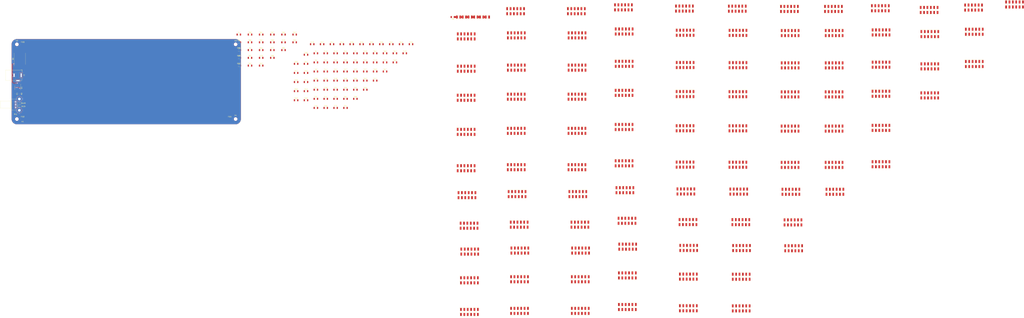
<source format=kicad_pcb>
(kicad_pcb (version 20211014) (generator pcbnew)
  (layers (0 "F.Cu" signal) (31 "B.Cu" signal) (34 "B.Paste" user) (35 "F.Paste" user) (36 "B.SilkS" user "B.Silkscreen") (37 "F.SilkS" user "F.Silkscreen") (38 "B.Mask" user) (39 "F.Mask" user) (44 "Edge.Cuts" user))
  (net 0 "")
  (net 1 "/V_{LED}")
  (net 2 "Net-(D12-Pad1)")
  (net 3 "Earth")
  (net 4 "/Control Circuitry/CTRL")
  (net 5 "/LED Grid/CATHODE")
  (net 6 "Net-(D6-Pad1)")
  (net 7 "Net-(D18-Pad1)")
  (net 8 "Net-(D24-Pad1)")
  (net 9 "Net-(D30-Pad1)")
  (net 10 "Net-(D36-Pad1)")
  (net 11 "Net-(D42-Pad1)")
  (net 12 "Net-(D48-Pad1)")
  (net 13 "Net-(D54-Pad1)")
  (net 14 "Net-(D60-Pad1)")
  (net 15 "Net-(D66-Pad1)")
  (net 16 "Net-(D72-Pad1)")
  (net 17 "Net-(D78-Pad1)")
  (net 18 "Net-(D84-Pad1)")
  (net 19 "Net-(D90-Pad1)")
  (net 20 "Net-(D96-Pad1)")
  (net 21 "Net-(D102-Pad1)")
  (net 22 "Net-(D108-Pad1)")
  (net 23 "Net-(D114-Pad1)")
  (net 24 "Net-(D120-Pad1)")
  (net 25 "Net-(D126-Pad1)")
  (net 26 "Net-(D132-Pad1)")
  (net 27 "Net-(D138-Pad1)")
  (net 28 "Net-(D144-Pad1)")
  (net 29 "Net-(D150-Pad1)")
  (net 30 "Net-(D156-Pad1)")
  (net 31 "Net-(D162-Pad1)")
  (net 32 "Net-(D168-Pad1)")
  (net 33 "Net-(D174-Pad1)")
  (net 34 "Net-(D180-Pad1)")
  (net 35 "Net-(D186-Pad1)")
  (net 36 "Net-(D192-Pad1)")
  (net 37 "Net-(D198-Pad1)")
  (net 38 "Net-(D204-Pad1)")
  (net 39 "Net-(D210-Pad1)")
  (net 40 "Net-(D216-Pad1)")
  (net 41 "Net-(D222-Pad1)")
  (net 42 "Net-(D228-Pad1)")
  (net 43 "Net-(D234-Pad1)")
  (net 44 "Net-(D240-Pad1)")
  (net 45 "Net-(D246-Pad1)")
  (net 46 "Net-(D252-Pad1)")
  (net 47 "Net-(D258-Pad1)")
  (net 48 "Net-(D264-Pad1)")
  (net 49 "Net-(D270-Pad1)")
  (net 50 "Net-(D276-Pad1)")
  (net 51 "Net-(D282-Pad1)")
  (net 52 "Net-(D288-Pad1)")
  (net 53 "Net-(D294-Pad1)")
  (net 54 "Net-(D300-Pad1)")
  (net 55 "Net-(D306-Pad1)")
  (net 56 "Net-(D312-Pad1)")
  (net 57 "Net-(D318-Pad1)")
  (net 58 "Net-(D324-Pad1)")
  (net 59 "Net-(D330-Pad1)")
  (net 60 "Net-(D336-Pad1)")
  (net 61 "Net-(D342-Pad1)")
  (net 62 "Net-(D348-Pad1)")
  (net 63 "Net-(D354-Pad1)")
  (net 64 "Net-(D360-Pad1)")
  (net 65 "Net-(D366-Pad1)")
  (net 66 "Net-(D372-Pad1)")
  (net 67 "Net-(D378-Pad1)")
  (net 68 "Net-(D384-Pad1)")
  (net 69 "Net-(D390-Pad1)")
  (net 70 "Net-(D396-Pad1)")
  (net 71 "Net-(D402-Pad1)")
  (net 72 "Net-(D408-Pad1)")
  (net 73 "Net-(D414-Pad1)")
  (net 74 "Net-(D420-Pad1)")
  (net 75 "Net-(D426-Pad1)")
  (net 76 "Net-(D432-Pad1)")
  (net 77 "Net-(D433-Pad1)")
  (net 78 "Net-(D433-Pad2)")
  (net 79 "Net-(D434-Pad2)")
  (net 80 "/Control Circuitry/THR")
  (net 82 "Net-(D440-Pad1)")
  (net 83 "Net-(D446-Pad1)")
  (net 84 "Net-(D452-Pad1)")
  (net 85 "Net-(D458-Pad1)")
  (net 86 "Net-(D464-Pad1)")
  (net 87 "Net-(D470-Pad1)")
  (net 88 "Net-(D476-Pad1)")
  (net 89 "Net-(D482-Pad1)")
  (net 90 "Net-(D488-Pad1)")
  (net 91 "Net-(D494-Pad1)")
  (net 92 "Net-(D500-Pad1)")
  (net 93 "Net-(D506-Pad1)")
  (net 94 "Net-(D512-Pad1)")
  (net 95 "Net-(D518-Pad1)")
  (net 96 "Net-(D524-Pad1)")
  (net 97 "Net-(D530-Pad1)")
  (net 98 "Net-(D536-Pad1)")
  (net 99 "Net-(D542-Pad1)")
  (net 100 "Net-(D548-Pad1)")
  (net 101 "Net-(D554-Pad1)")
  (net 102 "Net-(D560-Pad1)")
  (net 103 "Net-(D566-Pad1)")
  (net 104 "Net-(D572-Pad1)")
  (net 105 "Net-(D578-Pad1)")
  (net 106 "Net-(D1-Pad1)")
  (net 107 "Net-(D2-Pad1)")
  (net 108 "Net-(D3-Pad1)")
  (net 109 "Net-(D4-Pad1)")
  (net 110 "Net-(D5-Pad1)")
  (net 111 "Net-(D7-Pad1)")
  (net 112 "Net-(D8-Pad1)")
  (net 113 "Net-(D10-Pad2)")
  (net 114 "Net-(D10-Pad1)")
  (net 115 "Net-(D11-Pad1)")
  (net 116 "Net-(D13-Pad1)")
  (net 117 "Net-(D14-Pad1)")
  (net 118 "Net-(D15-Pad1)")
  (net 119 "Net-(D16-Pad1)")
  (net 120 "Net-(D17-Pad1)")
  (net 121 "Net-(D19-Pad1)")
  (net 122 "Net-(D20-Pad1)")
  (net 123 "Net-(D21-Pad1)")
  (net 124 "Net-(D22-Pad1)")
  (net 125 "Net-(D23-Pad1)")
  (net 126 "Net-(D25-Pad1)")
  (net 127 "Net-(D26-Pad1)")
  (net 128 "Net-(D27-Pad1)")
  (net 129 "Net-(D28-Pad1)")
  (net 130 "Net-(D29-Pad1)")
  (net 131 "Net-(D31-Pad1)")
  (net 132 "Net-(D32-Pad1)")
  (net 133 "Net-(D33-Pad1)")
  (net 134 "Net-(D34-Pad1)")
  (net 135 "Net-(D35-Pad1)")
  (net 136 "Net-(D37-Pad1)")
  (net 137 "Net-(D38-Pad1)")
  (net 138 "Net-(D39-Pad1)")
  (net 139 "Net-(D40-Pad1)")
  (net 140 "Net-(D41-Pad1)")
  (net 141 "Net-(D43-Pad1)")
  (net 142 "Net-(D44-Pad1)")
  (net 143 "Net-(D45-Pad1)")
  (net 144 "Net-(D46-Pad1)")
  (net 145 "Net-(D47-Pad1)")
  (net 146 "Net-(D49-Pad1)")
  (net 147 "Net-(D50-Pad1)")
  (net 148 "Net-(D51-Pad1)")
  (net 149 "Net-(D52-Pad1)")
  (net 150 "Net-(D53-Pad1)")
  (net 151 "Net-(D55-Pad1)")
  (net 152 "Net-(D56-Pad1)")
  (net 153 "Net-(D57-Pad1)")
  (net 154 "Net-(D58-Pad1)")
  (net 155 "Net-(D59-Pad1)")
  (net 156 "Net-(D61-Pad1)")
  (net 157 "Net-(D62-Pad1)")
  (net 158 "Net-(D63-Pad1)")
  (net 159 "Net-(D64-Pad1)")
  (net 160 "Net-(D65-Pad1)")
  (net 161 "Net-(D67-Pad1)")
  (net 162 "Net-(D68-Pad1)")
  (net 163 "Net-(D69-Pad1)")
  (net 164 "Net-(D70-Pad1)")
  (net 165 "Net-(D71-Pad1)")
  (net 166 "Net-(D73-Pad1)")
  (net 167 "Net-(D74-Pad1)")
  (net 168 "Net-(D75-Pad1)")
  (net 169 "Net-(D76-Pad1)")
  (net 170 "Net-(D77-Pad1)")
  (net 171 "Net-(D79-Pad1)")
  (net 172 "Net-(D80-Pad1)")
  (net 173 "Net-(D81-Pad1)")
  (net 174 "Net-(D82-Pad1)")
  (net 175 "Net-(D83-Pad1)")
  (net 176 "Net-(D85-Pad1)")
  (net 177 "Net-(D86-Pad1)")
  (net 178 "Net-(D87-Pad1)")
  (net 179 "Net-(D88-Pad1)")
  (net 180 "Net-(D89-Pad1)")
  (net 181 "Net-(D91-Pad1)")
  (net 182 "Net-(D92-Pad1)")
  (net 183 "Net-(D93-Pad1)")
  (net 184 "Net-(D94-Pad1)")
  (net 185 "Net-(D95-Pad1)")
  (net 186 "Net-(D97-Pad1)")
  (net 187 "Net-(D98-Pad1)")
  (net 188 "Net-(D100-Pad2)")
  (net 189 "Net-(D100-Pad1)")
  (net 190 "Net-(D101-Pad1)")
  (net 191 "Net-(D103-Pad1)")
  (net 192 "Net-(D104-Pad1)")
  (net 193 "Net-(D105-Pad1)")
  (net 194 "Net-(D106-Pad1)")
  (net 195 "Net-(D107-Pad1)")
  (net 196 "Net-(D109-Pad1)")
  (net 197 "Net-(D110-Pad1)")
  (net 198 "Net-(D111-Pad1)")
  (net 199 "Net-(D112-Pad1)")
  (net 200 "Net-(D113-Pad1)")
  (net 201 "Net-(D115-Pad1)")
  (net 202 "Net-(D116-Pad1)")
  (net 203 "Net-(D117-Pad1)")
  (net 204 "Net-(D118-Pad1)")
  (net 205 "Net-(D119-Pad1)")
  (net 206 "Net-(D121-Pad1)")
  (net 207 "Net-(D122-Pad1)")
  (net 208 "Net-(D123-Pad1)")
  (net 209 "Net-(D124-Pad1)")
  (net 210 "Net-(D125-Pad1)")
  (net 211 "Net-(D127-Pad1)")
  (net 212 "Net-(D128-Pad1)")
  (net 213 "Net-(D129-Pad1)")
  (net 214 "Net-(D130-Pad1)")
  (net 215 "Net-(D131-Pad1)")
  (net 216 "Net-(D133-Pad1)")
  (net 217 "Net-(D134-Pad1)")
  (net 218 "Net-(D135-Pad1)")
  (net 219 "Net-(D136-Pad1)")
  (net 220 "Net-(D137-Pad1)")
  (net 221 "Net-(D139-Pad1)")
  (net 222 "Net-(D140-Pad1)")
  (net 223 "Net-(D141-Pad1)")
  (net 224 "Net-(D142-Pad1)")
  (net 225 "Net-(D143-Pad1)")
  (net 226 "Net-(D145-Pad1)")
  (net 227 "Net-(D146-Pad1)")
  (net 228 "Net-(D147-Pad1)")
  (net 229 "Net-(D148-Pad1)")
  (net 230 "Net-(D149-Pad1)")
  (net 231 "Net-(D151-Pad1)")
  (net 232 "Net-(D152-Pad1)")
  (net 233 "Net-(D153-Pad1)")
  (net 234 "Net-(D154-Pad1)")
  (net 235 "Net-(D155-Pad1)")
  (net 236 "Net-(D157-Pad1)")
  (net 237 "Net-(D158-Pad1)")
  (net 238 "Net-(D159-Pad1)")
  (net 239 "Net-(D160-Pad1)")
  (net 240 "Net-(D161-Pad1)")
  (net 241 "Net-(D163-Pad1)")
  (net 242 "Net-(D164-Pad1)")
  (net 243 "Net-(D165-Pad1)")
  (net 244 "Net-(D166-Pad1)")
  (net 245 "Net-(D167-Pad1)")
  (net 246 "Net-(D169-Pad1)")
  (net 247 "Net-(D170-Pad1)")
  (net 248 "Net-(D171-Pad1)")
  (net 249 "Net-(D172-Pad1)")
  (net 250 "Net-(D173-Pad1)")
  (net 251 "Net-(D175-Pad1)")
  (net 252 "Net-(D176-Pad1)")
  (net 253 "Net-(D177-Pad1)")
  (net 254 "Net-(D178-Pad1)")
  (net 255 "Net-(D179-Pad1)")
  (net 256 "Net-(D181-Pad1)")
  (net 257 "Net-(D182-Pad1)")
  (net 258 "Net-(D183-Pad1)")
  (net 259 "Net-(D184-Pad1)")
  (net 260 "Net-(D185-Pad1)")
  (net 261 "Net-(D187-Pad1)")
  (net 262 "Net-(D188-Pad1)")
  (net 263 "Net-(D189-Pad1)")
  (net 264 "Net-(D190-Pad1)")
  (net 265 "Net-(D191-Pad1)")
  (net 266 "Net-(D193-Pad1)")
  (net 267 "Net-(D194-Pad1)")
  (net 268 "Net-(D195-Pad1)")
  (net 269 "Net-(D196-Pad1)")
  (net 270 "Net-(D197-Pad1)")
  (net 271 "Net-(D199-Pad1)")
  (net 272 "Net-(D200-Pad1)")
  (net 273 "Net-(D201-Pad1)")
  (net 274 "Net-(D202-Pad1)")
  (net 275 "Net-(D203-Pad1)")
  (net 276 "Net-(D205-Pad1)")
  (net 277 "Net-(D206-Pad1)")
  (net 278 "Net-(D207-Pad1)")
  (net 279 "Net-(D208-Pad1)")
  (net 280 "Net-(D209-Pad1)")
  (net 281 "Net-(D211-Pad1)")
  (net 282 "Net-(D212-Pad1)")
  (net 283 "Net-(D213-Pad1)")
  (net 284 "Net-(D214-Pad1)")
  (net 285 "Net-(D215-Pad1)")
  (net 286 "Net-(D217-Pad1)")
  (net 287 "Net-(D218-Pad1)")
  (net 288 "Net-(D219-Pad1)")
  (net 289 "Net-(D220-Pad1)")
  (net 290 "Net-(D221-Pad1)")
  (net 291 "Net-(D223-Pad1)")
  (net 292 "Net-(D224-Pad1)")
  (net 293 "Net-(D225-Pad1)")
  (net 294 "Net-(D226-Pad1)")
  (net 295 "Net-(D227-Pad1)")
  (net 296 "Net-(D229-Pad1)")
  (net 297 "Net-(D230-Pad1)")
  (net 298 "Net-(D231-Pad1)")
  (net 299 "Net-(D232-Pad1)")
  (net 300 "Net-(D233-Pad1)")
  (net 301 "Net-(D235-Pad1)")
  (net 302 "Net-(D236-Pad1)")
  (net 303 "Net-(D237-Pad1)")
  (net 304 "Net-(D238-Pad1)")
  (net 305 "Net-(D239-Pad1)")
  (net 306 "Net-(D241-Pad1)")
  (net 307 "Net-(D242-Pad1)")
  (net 308 "Net-(D243-Pad1)")
  (net 309 "Net-(D244-Pad1)")
  (net 310 "Net-(D245-Pad1)")
  (net 311 "Net-(D247-Pad1)")
  (net 312 "Net-(D248-Pad1)")
  (net 313 "Net-(D249-Pad1)")
  (net 314 "Net-(D250-Pad1)")
  (net 315 "Net-(D251-Pad1)")
  (net 316 "Net-(D253-Pad1)")
  (net 317 "Net-(D254-Pad1)")
  (net 318 "Net-(D255-Pad1)")
  (net 319 "Net-(D256-Pad1)")
  (net 320 "Net-(D257-Pad1)")
  (net 321 "Net-(D259-Pad1)")
  (net 322 "Net-(D260-Pad1)")
  (net 323 "Net-(D261-Pad1)")
  (net 324 "Net-(D262-Pad1)")
  (net 325 "Net-(D263-Pad1)")
  (net 326 "Net-(D265-Pad1)")
  (net 327 "Net-(D266-Pad1)")
  (net 328 "Net-(D267-Pad1)")
  (net 329 "Net-(D268-Pad1)")
  (net 330 "Net-(D269-Pad1)")
  (net 331 "Net-(D271-Pad1)")
  (net 332 "Net-(D272-Pad1)")
  (net 333 "Net-(D273-Pad1)")
  (net 334 "Net-(D274-Pad1)")
  (net 335 "Net-(D275-Pad1)")
  (net 336 "Net-(D277-Pad1)")
  (net 337 "Net-(D278-Pad1)")
  (net 338 "Net-(D279-Pad1)")
  (net 339 "Net-(D280-Pad1)")
  (net 340 "Net-(D281-Pad1)")
  (net 341 "Net-(D283-Pad1)")
  (net 342 "Net-(D284-Pad1)")
  (net 343 "Net-(D285-Pad1)")
  (net 344 "Net-(D286-Pad1)")
  (net 345 "Net-(D287-Pad1)")
  (net 346 "Net-(D289-Pad1)")
  (net 347 "Net-(D290-Pad1)")
  (net 348 "Net-(D291-Pad1)")
  (net 349 "Net-(D292-Pad1)")
  (net 350 "Net-(D293-Pad1)")
  (net 351 "Net-(D295-Pad1)")
  (net 352 "Net-(D296-Pad1)")
  (net 353 "Net-(D297-Pad1)")
  (net 354 "Net-(D298-Pad1)")
  (net 355 "Net-(D299-Pad1)")
  (net 356 "Net-(D301-Pad1)")
  (net 357 "Net-(D302-Pad1)")
  (net 358 "Net-(D303-Pad1)")
  (net 359 "Net-(D304-Pad1)")
  (net 360 "Net-(D305-Pad1)")
  (net 361 "Net-(D307-Pad1)")
  (net 362 "Net-(D308-Pad1)")
  (net 363 "Net-(D309-Pad1)")
  (net 364 "Net-(D310-Pad1)")
  (net 365 "Net-(D311-Pad1)")
  (net 366 "Net-(D313-Pad1)")
  (net 367 "Net-(D314-Pad1)")
  (net 368 "Net-(D315-Pad1)")
  (net 369 "Net-(D316-Pad1)")
  (net 370 "Net-(D317-Pad1)")
  (net 371 "Net-(D319-Pad1)")
  (net 372 "Net-(D320-Pad1)")
  (net 373 "Net-(D321-Pad1)")
  (net 374 "Net-(D322-Pad1)")
  (net 375 "Net-(D323-Pad1)")
  (net 376 "Net-(D325-Pad1)")
  (net 377 "Net-(D326-Pad1)")
  (net 378 "Net-(D327-Pad1)")
  (net 379 "Net-(D328-Pad1)")
  (net 380 "Net-(D329-Pad1)")
  (net 381 "Net-(D331-Pad1)")
  (net 382 "Net-(D332-Pad1)")
  (net 383 "Net-(D333-Pad1)")
  (net 384 "Net-(D334-Pad1)")
  (net 385 "Net-(D335-Pad1)")
  (net 386 "Net-(D337-Pad1)")
  (net 387 "Net-(D338-Pad1)")
  (net 388 "Net-(D339-Pad1)")
  (net 389 "Net-(D340-Pad1)")
  (net 390 "Net-(D341-Pad1)")
  (net 391 "Net-(D343-Pad1)")
  (net 392 "Net-(D344-Pad1)")
  (net 393 "Net-(D345-Pad1)")
  (net 394 "Net-(D346-Pad1)")
  (net 395 "Net-(D347-Pad1)")
  (net 396 "Net-(D349-Pad1)")
  (net 397 "Net-(D350-Pad1)")
  (net 398 "Net-(D351-Pad1)")
  (net 399 "Net-(D352-Pad1)")
  (net 400 "Net-(D353-Pad1)")
  (net 401 "Net-(D355-Pad1)")
  (net 402 "Net-(D356-Pad1)")
  (net 403 "Net-(D357-Pad1)")
  (net 404 "Net-(D358-Pad1)")
  (net 405 "Net-(D359-Pad1)")
  (net 406 "Net-(D361-Pad1)")
  (net 407 "Net-(D362-Pad1)")
  (net 408 "Net-(D363-Pad1)")
  (net 409 "Net-(D364-Pad1)")
  (net 410 "Net-(D365-Pad1)")
  (net 411 "Net-(D367-Pad1)")
  (net 412 "Net-(D368-Pad1)")
  (net 413 "Net-(D369-Pad1)")
  (net 414 "Net-(D370-Pad1)")
  (net 415 "Net-(D371-Pad1)")
  (net 416 "Net-(D373-Pad1)")
  (net 417 "Net-(D374-Pad1)")
  (net 418 "Net-(D375-Pad1)")
  (net 419 "Net-(D376-Pad1)")
  (net 420 "Net-(D377-Pad1)")
  (net 421 "Net-(D379-Pad1)")
  (net 422 "Net-(D380-Pad1)")
  (net 423 "Net-(D381-Pad1)")
  (net 424 "Net-(D382-Pad1)")
  (net 425 "Net-(D383-Pad1)")
  (net 426 "Net-(D385-Pad1)")
  (net 427 "Net-(D386-Pad1)")
  (net 428 "Net-(D387-Pad1)")
  (net 429 "Net-(D388-Pad1)")
  (net 430 "Net-(D389-Pad1)")
  (net 431 "Net-(D391-Pad1)")
  (net 432 "Net-(D392-Pad1)")
  (net 433 "Net-(D393-Pad1)")
  (net 434 "Net-(D394-Pad1)")
  (net 435 "Net-(D395-Pad1)")
  (net 436 "Net-(D397-Pad1)")
  (net 437 "Net-(D398-Pad1)")
  (net 438 "Net-(D399-Pad1)")
  (net 439 "Net-(D400-Pad1)")
  (net 440 "Net-(D401-Pad1)")
  (net 441 "Net-(D403-Pad1)")
  (net 442 "Net-(D404-Pad1)")
  (net 443 "Net-(D405-Pad1)")
  (net 444 "Net-(D406-Pad1)")
  (net 445 "Net-(D407-Pad1)")
  (net 446 "Net-(D409-Pad1)")
  (net 447 "Net-(D410-Pad1)")
  (net 448 "Net-(D411-Pad1)")
  (net 449 "Net-(D412-Pad1)")
  (net 450 "Net-(D413-Pad1)")
  (net 451 "Net-(D415-Pad1)")
  (net 452 "Net-(D416-Pad1)")
  (net 453 "Net-(D417-Pad1)")
  (net 454 "Net-(D418-Pad1)")
  (net 455 "Net-(D419-Pad1)")
  (net 456 "Net-(D421-Pad1)")
  (net 457 "Net-(D422-Pad1)")
  (net 458 "Net-(D423-Pad1)")
  (net 459 "Net-(D424-Pad1)")
  (net 460 "Net-(D425-Pad1)")
  (net 461 "Net-(D427-Pad1)")
  (net 462 "Net-(D428-Pad1)")
  (net 463 "Net-(D429-Pad1)")
  (net 464 "Net-(D430-Pad1)")
  (net 465 "Net-(D431-Pad1)")
  (net 466 "Net-(D435-Pad1)")
  (net 467 "Net-(D436-Pad1)")
  (net 468 "Net-(D437-Pad1)")
  (net 469 "Net-(D438-Pad1)")
  (net 470 "Net-(D439-Pad1)")
  (net 471 "Net-(D441-Pad1)")
  (net 472 "Net-(D442-Pad1)")
  (net 473 "Net-(D443-Pad1)")
  (net 474 "Net-(D444-Pad1)")
  (net 475 "Net-(D445-Pad1)")
  (net 476 "Net-(D447-Pad1)")
  (net 477 "Net-(D448-Pad1)")
  (net 478 "Net-(D449-Pad1)")
  (net 479 "Net-(D450-Pad1)")
  (net 480 "Net-(D451-Pad1)")
  (net 481 "Net-(D453-Pad1)")
  (net 482 "Net-(D454-Pad1)")
  (net 483 "Net-(D455-Pad1)")
  (net 484 "Net-(D456-Pad1)")
  (net 485 "Net-(D457-Pad1)")
  (net 486 "Net-(D459-Pad1)")
  (net 487 "Net-(D460-Pad1)")
  (net 488 "Net-(D461-Pad1)")
  (net 489 "Net-(D462-Pad1)")
  (net 490 "Net-(D463-Pad1)")
  (net 491 "Net-(D465-Pad1)")
  (net 492 "Net-(D466-Pad1)")
  (net 493 "Net-(D467-Pad1)")
  (net 494 "Net-(D468-Pad1)")
  (net 495 "Net-(D469-Pad1)")
  (net 496 "Net-(D471-Pad1)")
  (net 497 "Net-(D472-Pad1)")
  (net 498 "Net-(D473-Pad1)")
  (net 499 "Net-(D474-Pad1)")
  (net 500 "Net-(D475-Pad1)")
  (net 501 "Net-(D477-Pad1)")
  (net 502 "Net-(D478-Pad1)")
  (net 503 "Net-(D479-Pad1)")
  (net 504 "Net-(D480-Pad1)")
  (net 505 "Net-(D481-Pad1)")
  (net 506 "Net-(D483-Pad1)")
  (net 507 "Net-(D484-Pad1)")
  (net 508 "Net-(D485-Pad1)")
  (net 509 "Net-(D486-Pad1)")
  (net 510 "Net-(D487-Pad1)")
  (net 511 "Net-(D489-Pad1)")
  (net 512 "Net-(D490-Pad1)")
  (net 513 "Net-(D491-Pad1)")
  (net 514 "Net-(D492-Pad1)")
  (net 515 "Net-(D493-Pad1)")
  (net 516 "Net-(D495-Pad1)")
  (net 517 "Net-(D496-Pad1)")
  (net 518 "Net-(D497-Pad1)")
  (net 519 "Net-(D498-Pad1)")
  (net 520 "Net-(D499-Pad1)")
  (net 521 "Net-(D501-Pad1)")
  (net 522 "Net-(D502-Pad1)")
  (net 523 "Net-(D503-Pad1)")
  (net 524 "Net-(D504-Pad1)")
  (net 525 "Net-(D505-Pad1)")
  (net 526 "Net-(D507-Pad1)")
  (net 527 "Net-(D508-Pad1)")
  (net 528 "Net-(D509-Pad1)")
  (net 529 "Net-(D510-Pad1)")
  (net 530 "Net-(D511-Pad1)")
  (net 531 "Net-(D513-Pad1)")
  (net 532 "Net-(D514-Pad1)")
  (net 533 "Net-(D515-Pad1)")
  (net 534 "Net-(D516-Pad1)")
  (net 535 "Net-(D517-Pad1)")
  (net 536 "Net-(D519-Pad1)")
  (net 537 "Net-(D520-Pad1)")
  (net 538 "Net-(D521-Pad1)")
  (net 539 "Net-(D522-Pad1)")
  (net 540 "Net-(D523-Pad1)")
  (net 541 "Net-(D525-Pad1)")
  (net 542 "Net-(D526-Pad1)")
  (net 543 "Net-(D527-Pad1)")
  (net 544 "Net-(D528-Pad1)")
  (net 545 "Net-(D529-Pad1)")
  (net 546 "Net-(D531-Pad1)")
  (net 547 "Net-(D532-Pad1)")
  (net 548 "Net-(D533-Pad1)")
  (net 549 "Net-(D534-Pad1)")
  (net 550 "Net-(D535-Pad1)")
  (net 551 "Net-(D537-Pad1)")
  (net 552 "Net-(D538-Pad1)")
  (net 553 "Net-(D539-Pad1)")
  (net 554 "Net-(D540-Pad1)")
  (net 555 "Net-(D541-Pad1)")
  (net 556 "Net-(D543-Pad1)")
  (net 557 "Net-(D544-Pad1)")
  (net 558 "Net-(D545-Pad1)")
  (net 559 "Net-(D546-Pad1)")
  (net 560 "Net-(D547-Pad1)")
  (net 561 "Net-(D549-Pad1)")
  (net 562 "Net-(D550-Pad1)")
  (net 563 "Net-(D551-Pad1)")
  (net 564 "Net-(D552-Pad1)")
  (net 565 "Net-(D553-Pad1)")
  (net 566 "Net-(D555-Pad1)")
  (net 567 "Net-(D556-Pad1)")
  (net 568 "Net-(D557-Pad1)")
  (net 569 "Net-(D558-Pad1)")
  (net 570 "Net-(D559-Pad1)")
  (net 571 "Net-(D561-Pad1)")
  (net 572 "Net-(D562-Pad1)")
  (net 573 "Net-(D563-Pad1)")
  (net 574 "Net-(D564-Pad1)")
  (net 575 "Net-(D565-Pad1)")
  (net 576 "Net-(D567-Pad1)")
  (net 577 "Net-(D568-Pad1)")
  (net 578 "Net-(D569-Pad1)")
  (net 579 "Net-(D570-Pad1)")
  (net 580 "Net-(D571-Pad1)")
  (net 581 "Net-(D573-Pad1)")
  (net 582 "Net-(D574-Pad1)")
  (net 583 "Net-(D575-Pad1)")
  (net 584 "Net-(D576-Pad1)")
  (net 585 "Net-(D577-Pad1)")
  (footprint "AA3528SRS:LED_PLCC-2" (layer "F.Cu") (at 437.605 66.721)
    (fp_text reference "D288" hide)
    (fp_text value "RED")
  )
  (footprint "AA3528SRS:LED_PLCC-2" (layer "F.Cu") (at 891.98 62.591)
    (fp_text reference "D447" hide)
    (fp_text value "RED")
  )
  (footprint "AA3528SRS:LED_PLCC-2" (layer "F.Cu") (at 803.67 112.941)
    (fp_text reference "D456" hide)
    (fp_text value "RED")
  )
  (footprint "AA3528SRS:LED_PLCC-2" (layer "F.Cu") (at 487.155 44.431)
    (fp_text reference "D223" hide)
    (fp_text value "RED")
  )
  (footprint "AA3528SRS:LED_PLCC-2" (layer "F.Cu") (at 437.605 90.811)
    (fp_text reference "D220" hide)
    (fp_text value "RED")
  )
  (footprint "Resistor_SMD:R_1206_3216Metric" (layer "F.Cu") (at 354.47 103.571)
    (fp_text reference "R62")
    (fp_text value "20")
  )
  (footprint "AA3528SRS:LED_PLCC-2" (layer "F.Cu") (at 735.33 117.991)
    (fp_text reference "D311" hide)
    (fp_text value "RED")
  )
  (footprint "Resistor_SMD:R_1206_3216Metric" (layer "F.Cu") (at 310.87 79.421)
    (fp_text reference "R1")
    (fp_text value "20")
  )
  (footprint "AA3528SRS:LED_PLCC-2" (layer "F.Cu") (at 449.505 62.271)
    (fp_text reference "D284" hide)
    (fp_text value "RED")
  )
  (footprint "AA3528SRS:LED_PLCC-2" (layer "F.Cu") (at 680.31 274.731)
    (fp_text reference "D492" hide)
    (fp_text value "RED")
  )
  (footprint "Resistor_SMD:R_1206_3216Metric" (layer "F.Cu") (at 337.03 103.571)
    (fp_text reference "R48")
    (fp_text value "20")
  )
  (footprint "AA3528SRS:LED_PLCC-2" (layer "F.Cu") (at 803.67 175.271)
    (fp_text reference "D412" hide)
    (fp_text value "RED")
  )
  (footprint "Resistor_SMD:R_1206_3216Metric" (layer "F.Cu") (at 325.09 71.371)
    (fp_text reference "R44")
    (fp_text value "20")
  )
  (footprint "AA3528SRS:LED_PLCC-2" (layer "F.Cu") (at 544.515 256.011)
    (fp_text reference "D277" hide)
    (fp_text value "RED")
  )
  (footprint "AA3528SRS:LED_PLCC-2" (layer "F.Cu") (at 767.68 42.421)
    (fp_text reference "D121" hide)
    (fp_text value "RED")
  )
  (footprint "AA3528SRS:LED_PLCC-2" (layer "F.Cu") (at 437.53 183.261)
    (fp_text reference "D18" hide)
    (fp_text value "RED")
  )
  (footprint "AA3528SRS:LED_PLCC-2" (layer "F.Cu") (at 633.35 226.371)
    (fp_text reference "D328" hide)
    (fp_text value "RED")
  )
  (footprint "AA3528SRS:LED_PLCC-2" (layer "F.Cu") (at 726.63 249.551)
    (fp_text reference "D552" hide)
    (fp_text value "RED")
  )
  (footprint "AA3528SRS:LED_PLCC-2" (layer "F.Cu") (at 493.105 39.981)
    (fp_text reference "D224" hide)
    (fp_text value "RED")
  )
  (footprint "AA3528SRS:LED_PLCC-2" (layer "F.Cu") (at 496.245 233.131)
    (fp_text reference "D179" hide)
    (fp_text value "RED")
  )
  (footprint "Resistor_SMD:R_1206_3216Metric" (layer "F.Cu") (at 363.19 87.471)
    (fp_text reference "R73")
    (fp_text value "20")
  )
  (footprint "AA3528SRS:LED_PLCC-2" (layer "F.Cu") (at 688.76 42.221)
    (fp_text reference "D77" hide)
    (fp_text value "RED")
  )
  (footprint "AA3528SRS:LED_PLCC-2" (layer "F.Cu") (at 639.61 307.021)
    (fp_text reference "D397" hide)
    (fp_text value "RED")
  )
  (footprint "AA3528SRS:LED_PLCC-2" (layer "F.Cu") (at 858.615 118.891)
    (fp_text reference "D487" hide)
    (fp_text value "RED")
  )
  (footprint "AA3528SRS:LED_PLCC-2" (layer "F.Cu") (at 729.38 117.991)
    (fp_text reference "D307" hide)
    (fp_text value "RED")
  )
  (footprint "AA3528SRS:LED_PLCC-2" (layer "F.Cu") (at 449.505 95.261)
    (fp_text reference "D221" hide)
    (fp_text value "RED")
  )
  (footprint "AA3528SRS:LED_PLCC-2" (layer "F.Cu") (at 680 226.471)
    (fp_text reference "D364" hide)
    (fp_text value "RED")
  )
  (footprint "AA3528SRS:LED_PLCC-2" (layer "F.Cu") (at 722.88 37.971)
    (fp_text reference "D34" hide)
    (fp_text value "RED")
  )
  (footprint "AA3528SRS:LED_PLCC-2" (layer "F.Cu") (at 636.785 92.021)
    (fp_text reference "D79" hide)
    (fp_text value "RED")
  )
  (footprint "AA3528SRS:LED_PLCC-2" (layer "F.Cu") (at 774.18 148.201)
    (fp_text reference "D305" hide)
    (fp_text value "RED")
  )
  (footprint "AA3528SRS:LED_PLCC-2" (layer "F.Cu") (at 636.71 113.241)
    (fp_text reference "D165" hide)
    (fp_text value "RED")
  )
  (footprint "AA3528SRS:LED_PLCC-2" (layer "F.Cu") (at 543.905 233.131)
    (fp_text reference "D235" hide)
    (fp_text value "RED")
  )
  (footprint "AA3528SRS:LED_PLCC-2" (layer "F.Cu") (at 535.365 120.001)
    (fp_text reference "D138" hide)
    (fp_text value "RED")
  )
  (footprint "AA3528SRS:LED_PLCC-2" (layer "F.Cu") (at 735.405 87.871)
    (fp_text reference "D568" hide)
    (fp_text value "RED")
  )
  (footprint "AA3528SRS:LED_PLCC-2" (layer "F.Cu") (at 815.645 91.721)
    (fp_text reference "D445" hide)
    (fp_text value "RED")
  )
  (footprint "AA3528SRS:LED_PLCC-2" (layer "F.Cu") (at 815.02 41.821)
    (fp_text reference "D541" hide)
    (fp_text value "RED")
  )
  (footprint "AA3528SRS:LED_PLCC-2" (layer "F.Cu") (at 582.88 178.921)
    (fp_text reference "D205" hide)
    (fp_text value "RED")
  )
  (footprint "AA3528SRS:LED_PLCC-2" (layer "F.Cu") (at 809.62 117.391)
    (fp_text reference "D453" hide)
    (fp_text value "RED")
  )
  (footprint "Resistor_SMD:R_1206_3216Metric" (layer "F.Cu") (at 328.31 95.521)
    (fp_text reference "R31")
    (fp_text value "20")
  )
  (footprint "AA3528SRS:LED_PLCC-2" (layer "F.Cu") (at 809.62 112.941)
    (fp_text reference "D455" hide)
    (fp_text value "RED")
  )
  (footprint "AA3528SRS:LED_PLCC-2" (layer "F.Cu") (at 544.215 309.331)
    (fp_text reference "D295" hide)
    (fp_text value "RED")
  )
  (footprint "AA3528SRS:LED_PLCC-2" (layer "F.Cu") (at 762.28 180.321)
    (fp_text reference "D470" hide)
    (fp_text value "RED")
  )
  (footprint "Resistor_SMD:R_1206_3216Metric" (layer "F.Cu") (at 319.59 119.671)
    (fp_text reference "R41")
    (fp_text value "20")
  )
  (footprint "Resistor_SMD:R_1206_3216Metric" (layer "F.Cu") (at 354.47 79.421)
    (fp_text reference "R20")
    (fp_text value "20")
  )
  (footprint "Resistor_SMD:R_1206_3216Metric" (layer "F.Cu") (at 319.59 111.621)
    (fp_text reference "R29")
    (fp_text value "20")
  )
  (footprint "AA3528SRS:LED_PLCC-2" (layer "F.Cu") (at 487.705 150.211)
    (fp_text reference "D289" hide)
    (fp_text value "RED")
  )
  (footprint "AA3528SRS:LED_PLCC-2" (layer "F.Cu") (at 541.315 177.881)
    (fp_text reference "D57" hide)
    (fp_text value "RED")
  )
  (footprint "AA3528SRS:LED_PLCC-2" (layer "F.Cu") (at 735.405 59.331)
    (fp_text reference "D110" hide)
    (fp_text value "RED")
  )
  (footprint "AA3528SRS:LED_PLCC-2" (layer "F.Cu") (at 481.205 44.431)
    (fp_text reference "D228" hide)
    (fp_text value "RED")
  )
  (footprint "AA3528SRS:LED_PLCC-2" (layer "F.Cu") (at 680 230.921)
    (fp_text reference "D366" hide)
    (fp_text value "RED")
  )
  (footprint "AA3528SRS:LED_PLCC-2" (layer "F.Cu") (at 452.63 256.941)
    (fp_text reference "D89" hide)
    (fp_text value "RED")
  )
  (footprint "AA3528SRS:LED_PLCC-2" (layer "F.Cu") (at 496.555 304.881)
    (fp_text reference "D508" hide)
    (fp_text value "RED")
  )
  (footprint "AA3528SRS:LED_PLCC-2" (layer "F.Cu") (at 630.76 113.241)
    (fp_text reference "D166" hide)
    (fp_text value "RED")
  )
  (footprint "AA3528SRS:LED_PLCC-2" (layer "F.Cu") (at 774.93 199.631)
    (fp_text reference "D520" hide)
    (fp_text value "RED")
  )
  (footprint "AA3528SRS:LED_PLCC-2" (layer "F.Cu") (at 582.33 36.571)
    (fp_text reference "D231" hide)
    (fp_text value "RED")
  )
  (footprint "AA3528SRS:LED_PLCC-2" (layer "F.Cu") (at 496.855 256.011)
    (fp_text reference "D119" hide)
    (fp_text value "RED")
  )
  (footprint "AA3528SRS:LED_PLCC-2" (layer "F.Cu") (at 723.43 143.751)
    (fp_text reference "D558" hide)
    (fp_text value "RED")
  )
  (footprint "Resistor_SMD:R_1206_3216Metric" (layer "F.Cu") (at 389.35 79.421)
    (fp_text reference "R70")
    (fp_text value "20")
  )
  (footprint "AA3528SRS:LED_PLCC-2" (layer "F.Cu") (at 536.115 201.641)
    (fp_text reference "D184" hide)
    (fp_text value "RED")
  )
  (footprint "AA3528SRS:LED_PLCC-2" (layer "F.Cu") (at 582.955 62.381)
    (fp_text reference "D61" hide)
    (fp_text value "RED")
  )
  (footprint "AA3528SRS:LED_PLCC-2" (layer "F.Cu") (at 443.48 146.691)
    (fp_text reference "D105" hide)
    (fp_text value "RED")
  )
  (footprint "AA3528SRS:LED_PLCC-2" (layer "F.Cu") (at 680.31 307.121)
    (fp_text reference "D566" hide)
    (fp_text value "RED")
  )
  (footprint "AA3528SRS:LED_PLCC-2" (layer "F.Cu") (at 737.92 231.121)
    (fp_text reference "D439" hide)
    (fp_text value "RED")
  )
  (footprint "AA3528SRS:LED_PLCC-2" (layer "F.Cu") (at 642.735 63.481)
    (fp_text reference "D191" hide)
    (fp_text value "RED")
  )
  (footprint "AA3528SRS:LED_PLCC-2" (layer "F.Cu") (at 726.02 226.671)
    (fp_text reference "D438" hide)
    (fp_text value "RED")
  )
  (footprint "AA3528SRS:LED_PLCC-2" (layer "F.Cu") (at 690.06 203.881)
    (fp_text reference "D475" hide)
    (fp_text value "RED")
  )
  (footprint "AA3528SRS:LED_PLCC-2" (layer "F.Cu") (at 683.36 113.341)
    (fp_text reference "D321" hide)
    (fp_text value "RED")
  )
  (footprint "AA3528SRS:LED_PLCC-2" (layer "F.Cu") (at 440.43 310.261)
    (fp_text reference "D156" hide)
    (fp_text value "RED")
  )
  (footprint "AA3528SRS:LED_PLCC-2" (layer "F.Cu") (at 592.03 252.601)
    (fp_text reference "D389" hide)
    (fp_text value "RED")
  )
  (footprint "AA3528SRS:LED_PLCC-2" (layer "F.Cu") (at 540.765 44.431)
    (fp_text reference "D91" hide)
    (fp_text value "RED")
  )
  (footprint "AA3528SRS:LED_PLCC-2" (layer "F.Cu") (at 547.265 115.551)
    (fp_text reference "D134" hide)
    (fp_text value "RED")
  )
  (footprint "AA3528SRS:LED_PLCC-2" (layer "F.Cu") (at 689.385 87.671)
    (fp_text reference "D98" hide)
    (fp_text value "RED")
  )
  (footprint "Resistor_SMD:R_1206_3216Metric" (layer "F.Cu") (at 319.59 103.571)
    (fp_text reference "R10")
    (fp_text value "20")
  )
  (footprint "Resistor_SMD:R_1206_3216Metric" (layer "F.Cu") (at 307.65 71.371)
    (fp_text reference "R49")
    (fp_text value "20")
  )
  (footprint "AA3528SRS:LED_PLCC-2" (layer "F.Cu") (at 684.11 203.881)
    (fp_text reference "D471" hide)
    (fp_text value "RED")
  )
  (footprint "AA3528SRS:LED_PLCC-2" (layer "F.Cu") (at 493.655 177.881)
    (fp_text reference "D146" hide)
    (fp_text value "RED")
  )
  (footprint "AA3528SRS:LED_PLCC-2" (layer "F.Cu") (at 815.57 175.271)
    (fp_text reference "D410" hide)
    (fp_text value "RED")
  )
  (footprint "AA3528SRS:LED_PLCC-2" (layer "F.Cu") (at 639.91 253.701)
    (fp_text reference "D427" hide)
    (fp_text value "RED")
  )
  (footprint "Capacitor_SMD:C_0603_1608Metric" (layer "F.Cu") (at 45.72 115.189 -90)
    (fp_text reference "C1")
    (fp_text value "100nF")
  )
  (footprint "AA3528SRS:LED_PLCC-2" (layer "F.Cu") (at 493.655 120.001)
    (fp_text reference "D29" hide)
    (fp_text value "RED")
  )
  (footprint "AA3528SRS:LED_PLCC-2" (layer "F.Cu") (at 723.43 180.321)
    (fp_text reference "D372" hide)
    (fp_text value "RED")
  )
  (footprint "AA3528SRS:LED_PLCC-2" (layer "F.Cu") (at 481.755 120.001)
    (fp_text reference "D30" hide)
    (fp_text value "RED")
  )
  (footprint "AA3528SRS:LED_PLCC-2" (layer "F.Cu") (at 493.73 94.331)
    (fp_text reference "D5" hide)
    (fp_text value "RED")
  )
  (footprint "AA3528SRS:LED_PLCC-2" (layer "F.Cu") (at 447.04 47.351)
    (fp_text reference "D40" hide)
    (fp_text value "RED")
  )
  (footprint "AA3528SRS:LED_PLCC-2" (layer "F.Cu") (at 897.93 86.681)
    (fp_text reference "D404" hide)
    (fp_text value "RED")
  )
  (footprint "AA3528SRS:LED_PLCC-2" (layer "F.Cu") (at 683.36 180.121)
    (fp_text reference "D343" hide)
    (fp_text value "RED")
  )
  (footprint "AA3528SRS:LED_PLCC-2" (layer "F.Cu") (at 630.76 147.901)
    (fp_text reference "D270" hide)
    (fp_text value "RED")
  )
  (footprint "AA3528SRS:LED_PLCC-2" (layer "F.Cu") (at 449.43 120.931)
    (fp_text reference "D245" hide)
    (fp_text value "RED")
  )
  (footprint "AA3528SRS:LED_PLCC-2" (layer "F.Cu") (at 540.765 39.981)
    (fp_text reference "D93" hide)
    (fp_text value "RED")
  )
  (footprint "AA3528SRS:LED_PLCC-2" (layer "F.Cu") (at 677.41 113.341)
    (fp_text reference "D322" hide)
    (fp_text value "RED")
  )
  (footprint "AA3528SRS:LED_PLCC-2" (layer "F.Cu") (at 735.33 180.321)
    (fp_text reference "D371" hide)
    (fp_text value "RED")
  )
  (footprint "AA3528SRS:LED_PLCC-2" (layer "F.Cu") (at 645.25 230.821)
    (fp_text reference "D329" hide)
    (fp_text value "RED")
  )
  (footprint "AA3528SRS:LED_PLCC-2" (layer "F.Cu") (at 591.73 273.531)
    (fp_text reference "D416" hide)
    (fp_text value "RED")
  )
  (footprint "AA3528SRS:LED_PLCC-2" (layer "F.Cu") (at 438.28 207.021)
    (fp_text reference "D48" hide)
    (fp_text value "RED")
  )
  (footprint "AA3528SRS:LED_PLCC-2" (layer "F.Cu") (at 636.16 42.121)
    (fp_text reference "D271" hide)
    (fp_text value "RED")
  )
  (footprint "AA3528SRS:LED_PLCC-2" (layer "F.Cu") (at 636.785 87.571)
    (fp_text reference "D81" hide)
    (fp_text value "RED")
  )
  (footprint "AA3528SRS:LED_PLCC-2" (layer "F.Cu") (at 444.23 207.021)
    (fp_text reference "D43" hide)
    (fp_text value "RED")
  )
  (footprint "Connector_BarrelJack:BarrelJack_GCT_DCJ200-10-A_Horizontal" (layer "F.Cu") (at 50.8 98.791 -90)
    (fp_text reference "J1")
    (fp_text value "Barrel_Jack")
  )
  (footprint "AA3528SRS:LED_PLCC-2" (layer "F.Cu") (at 683.36 148.001)
    (fp_text reference "D373" hide)
    (fp_text value "RED")
  )
  (footprint "AA3528SRS:LED_PLCC-2" (layer "F.Cu") (at 762.355 63.781)
    (fp_text reference "D500" hide)
    (fp_text value "RED")
  )
  (footprint "AA3528SRS:LED_PLCC-2" (layer "F.Cu") (at 588.83 142.351)
    (fp_text reference "D50" hide)
    (fp_text value "RED")
  )
  (footprint "Resistor_SMD:R_1206_3216Metric" (layer "F.Cu") (at 272.45 69.721)
    (fp_text reference "R90")
    (fp_text value "20")
  )
  (footprint "AA3528SRS:LED_PLCC-2" (layer "F.Cu") (at 547.34 94.331)
    (fp_text reference "D263" hide)
    (fp_text value "RED")
  )
  (footprint "AA3528SRS:LED_PLCC-2" (layer "F.Cu") (at 490.905 256.011)
    (fp_text reference "D115" hide)
    (fp_text value "RED")
  )
  (footprint "AA3528SRS:LED_PLCC-2" (layer "F.Cu") (at 729.455 92.321)
    (fp_text reference "D567" hide)
    (fp_text value "RED")
  )
  (footprint "AA3528SRS:LED_PLCC-2" (layer "F.Cu") (at 579.52 229.721)
    (fp_text reference "D530" hide)
    (fp_text value "RED")
  )
  (footprint "AA3528SRS:LED_PLCC-2" (layer "F.Cu") (at 774.255 87.871)
    (fp_text reference "D544" hide)
    (fp_text value "RED")
  )
  (footprint "AA3528SRS:LED_PLCC-2" (layer "F.Cu") (at 691.9 230.921)
    (fp_text reference "D365" hide)
    (fp_text value "RED")
  )
  (footprint "AA3528SRS:LED_PLCC-2" (layer "F.Cu") (at 630.21 42.121)
    (fp_text reference "D276" hide)
    (fp_text value "RED")
  )
  (footprint "AA3528SRS:LED_PLCC-2" (layer "F.Cu") (at 723.43 175.871)
    (fp_text reference "D370" hide)
    (fp_text value "RED")
  )
  (footprint "Resistor_SMD:R_1206_3216Metric" (layer "F.Cu") (at 328.31 103.571)
    (fp_text reference "R18")
    (fp_text value "20")
  )
  (footprint "AA3528SRS:LED_PLCC-2" (layer "F.Cu") (at 541.39 94.331)
    (fp_text reference "D259" hide)
    (fp_text value "RED")
  )
  (footprint "AA3528SRS:LED_PLCC-2" (layer "F.Cu") (at 921.55 38.481)
    (fp_text reference "D396" hide)
    (fp_text value "RED")
  )
  (footprint "AA3528SRS:LED_PLCC-2" (layer "F.Cu") (at 487.705 120.001)
    (fp_text reference "D25" hide)
    (fp_text value "RED")
  )
  (footprint "AA3528SRS:LED_PLCC-2" (layer "F.Cu") (at 891.355 41.231)
    (fp_text reference "D421" hide)
    (fp_text value "RED")
  )
  (footprint "Resistor_SMD:R_1206_3216Metric" (layer "F.Cu") (at 431.8 47.371 180)
    (fp_text reference "R8")
    (fp_text value "20")
  )
  (footprint "AA3528SRS:LED_PLCC-2" (layer "F.Cu") (at 481.755 115.551)
    (fp_text reference "D28" hide)
    (fp_text value "RED")
  )
  (footprint "AA3528SRS:LED_PLCC-2" (layer "F.Cu") (at 487.705 177.881)
    (fp_text reference "D147" hide)
    (fp_text value "RED")
  )
  (footprint "Resistor_SMD:R_1206_3216Metric" (layer "F.Cu") (at 363.19 79.421)
    (fp_text reference "R64")
    (fp_text value "20")
  )
  (footprint "AA3528SRS:LED_PLCC-2" (layer "F.Cu") (at 437.605 95.261)
    (fp_text reference "D222" hide)
    (fp_text value "RED")
  )
  (footprint "AA3528SRS:LED_PLCC-2" (layer "F.Cu") (at 576.93 146.801)
    (fp_text reference "D54" hide)
    (fp_text value "RED")
  )
  (footprint "AA3528SRS:LED_PLCC-2" (layer "F.Cu") (at 493.655 145.761)
    (fp_text reference "D290" hide)
    (fp_text value "RED")
  )
  (footprint "AA3528SRS:LED_PLCC-2" (layer "F.Cu") (at 440.12 229.611)
    (fp_text reference "D160" hide)
    (fp_text value "RED")
  )
  (footprint "AA3528SRS:LED_PLCC-2" (layer "F.Cu") (at 803.67 179.721)
    (fp_text reference "D414" hide)
    (fp_text value "RED")
  )
  (footprint "AA3528SRS:LED_PLCC-2" (layer "F.Cu") (at 852.115 43.321)
    (fp_text reference "D531" hide)
    (fp_text value "RED")
  )
  (footprint "Resistor_SMD:R_1206_3216Metric" (layer "F.Cu") (at 242.87 62.861)
    (fp_text reference "R4")
    (fp_text value "20")
  )
  (footprint "AA3528SRS:LED_PLCC-2" (layer "F.Cu") (at 809.07 37.371)
    (fp_text reference "D539" hide)
    (fp_text value "RED")
  )
  (footprint "AA3528SRS:LED_PLCC-2" (layer "F.Cu") (at 685.95 230.921)
    (fp_text reference "D361" hide)
    (fp_text value "RED")
  )
  (footprint "AA3528SRS:LED_PLCC-2" (layer "F.Cu") (at 768.23 113.541)
    (fp_text reference "D351" hide)
    (fp_text value "RED")
  )
  (footprint "Resistor_SMD:R_1206_3216Metric" (layer "F.Cu") (at 262.59 62.861)
    (fp_text reference "R84")
    (fp_text value "20")
  )
  (footprint "AA3528SRS:LED_PLCC-2" (layer "F.Cu") (at 582.955 90.921)
    (fp_text reference "D247" hide)
    (fp_text value "RED")
  )
  (footprint "Resistor_SMD:R_1206_3216Metric" (layer "F.Cu") (at 272.45 76.581)
    (fp_text reference "R77")
    (fp_text value "20")
  )
  (footprint "AA3528SRS:LED_PLCC-2" (layer "F.Cu") (at 723.43 117.991)
    (fp_text reference "D312" hide)
    (fp_text value "RED")
  )
  (footprint "AA3528SRS:LED_PLCC-2" (layer "F.Cu") (at 482.505 206.091)
    (fp_text reference "D198" hide)
    (fp_text value "RED")
  )
  (footprint "AA3528SRS:LED_PLCC-2" (layer "F.Cu") (at 588.905 57.931)
    (fp_text reference "D62" hide)
    (fp_text value "RED")
  )
  (footprint "AA3528SRS:LED_PLCC-2" (layer "F.Cu") (at 576.38 41.021)
    (fp_text reference "D234" hide)
    (fp_text value "RED")
  )
  (footprint "AA3528SRS:LED_PLCC-2" (layer "F.Cu") (at 846.715 114.441)
    (fp_text reference "D486" hide)
    (fp_text value "RED")
  )
  (footprint "AA3528SRS:LED_PLCC-2" (layer "F.Cu") (at 846.165 38.871)
    (fp_text reference "D534" hide)
    (fp_text value "RED")
  )
  (footprint "Resistor_SMD:R_1206_3216Metric" (layer "F.Cu") (at 252.73 69.721)
    (fp_text reference "R85")
    (fp_text value "20")
  )
  (footprint "AA3528SRS:LED_PLCC-2" (layer "F.Cu") (at 762.355 59.331)
    (fp_text reference "D498" hide)
    (fp_text value "RED")
  )
  (footprint "AA3528SRS:LED_PLCC-2" (layer "F.Cu") (at 689.385 63.581)
    (fp_text reference "D143" hide)
    (fp_text value "RED")
  )
  (footprint "AA3528SRS:LED_PLCC-2" (layer "F.Cu") (at 686.56 249.351)
    (fp_text reference "D333" hide)
    (fp_text value "RED")
  )
  (footprint "AA3528SRS:LED_PLCC-2" (layer "F.Cu") (at 591.42 229.721)
    (fp_text reference "D529" hide)
    (fp_text value "RED")
  )
  (footprint "Resistor_SMD:R_1206_3216Metric" (layer "F.Cu") (at 345.75 111.621)
    (fp_text reference "R52")
    (fp_text value "20")
  )
  (footprint "AA3528SRS:LED_PLCC-2" (layer "F.Cu") (at 738.53 249.551)
    (fp_text reference "D550" hide)
    (fp_text value "RED")
  )
  (footprint "Fiducial:Fiducial_1mm_Mask2mm" (layer "F.Cu") (at 52.07 71.501)
    (fp_text reference "FID3")
    (fp_text value "Fiducial")
  )
  (footprint "AA3528SRS:LED_PLCC-2" (layer "F.Cu") (at 541.39 65.791)
    (fp_text reference "D253" hide)
    (fp_text value "RED")
  )
  (footprint "AA3528SRS:LED_PLCC-2" (layer "F.Cu") (at 544.515 251.561)
    (fp_text reference "D279" hide)
    (fp_text value "RED")
  )
  (footprint "Resistor_SMD:R_1206_3216Metric" (layer "F.Cu") (at 371.91 87.471)
    (fp_text reference "R72")
    (fp_text value "20")
  )
  (footprint "AA3528SRS:LED_PLCC-2" (layer "F.Cu") (at 692.21 279.181)
    (fp_text reference "D493" hide)
    (fp_text value "RED")
  )
  (footprint "AA3528SRS:LED_PLCC-2" (layer "F.Cu") (at 643.41 199.331)
    (fp_text reference "D514" hide)
    (fp_text value "RED")
  )
  (footprint "AA3528SRS:LED_PLCC-2" (layer "F.Cu") (at 443.555 90.811)
    (fp_text reference "D219" hide)
    (fp_text value "RED")
  )
  (footprint "AA3528SRS:LED_PLCC-2" (layer "F.Cu") (at 586.08 252.601)
    (fp_text reference "D385" hide)
    (fp_text value "RED")
  )
  (footprint "AA3528SRS:LED_PLCC-2" (layer "F.Cu") (at 636.71 180.021)
    (fp_text reference "D501" hide)
    (fp_text value "RED")
  )
  (footprint "AA3528SRS:LED_PLCC-2" (layer "F.Cu") (at 452.33 305.811)
    (fp_text reference "D152" hide)
    (fp_text value "RED")
  )
  (footprint "AA3528SRS:LED_PLCC-2" (layer "F.Cu") (at 443.48 120.931)
    (fp_text reference "D241" hide)
    (fp_text value "RED")
  )
  (footprint "AA3528SRS:LED_PLCC-2" (layer "F.Cu") (at 440.43 282.321)
    (fp_text reference "D174" hide)
    (fp_text value "RED")
  )
  (footprint "AA3528SRS:LED_PLCC-2" (layer "F.Cu") (at 443.555 66.721)
    (fp_text reference "D283" hide)
    (fp_text value "RED")
  )
  (footprint "Resistor_SMD:R_1206_3216Metric" (layer "F.Cu") (at 337.03 87.471)
    (fp_text reference "R30")
    (fp_text value "20")
  )
  (footprint "AA3528SRS:LED_PLCC-2" (layer "F.Cu") (at 633.66 302.571)
    (fp_text reference "D400" hide)
    (fp_text value "RED")
  )
  (footprint "AA3528SRS:LED_PLCC-2" (layer "F.Cu") (at 809.62 147.601)
    (fp_text reference "D379" hide)
    (fp_text value "RED")
  )
  (footprint "AA3528SRS:LED_PLCC-2" (layer "F.Cu") (at 815.645 87.271)
    (fp_text reference "D442" hide)
    (fp_text value "RED")
  )
  (footprint "AA3528SRS:LED_PLCC-2" (layer "F.Cu") (at 803.12 41.821)
    (fp_text reference "D542" hide)
    (fp_text value "RED")
  )
  (footprint "Resistor_SMD:R_1206_3216Metric" (layer "F.Cu") (at 377.41 71.371)
    (fp_text reference "R51")
    (fp_text value "20")
  )
  (footprint "AA3528SRS:LED_PLCC-2" (layer "F.Cu") (at 441.96 47.371)
    (fp_text reference "D41" hide)
    (fp_text value "RED")
  )
  (footprint "AA3528SRS:LED_PLCC-2" (layer "F.Cu") (at 846.79 64.681)
    (fp_text reference "D482" hide)
    (fp_text value "RED")
  )
  (footprint "AA3528SRS:LED_PLCC-2" (layer "F.Cu") (at 858.69 64.681)
    (fp_text reference "D481" hide)
    (fp_text value "RED")
  )
  (footprint "AA3528SRS:LED_PLCC-2" (layer "F.Cu") (at 550.165 304.881)
    (fp_text reference "D296" hide)
    (fp_text value "RED")
  )
  (footprint "AA3528SRS:LED_PLCC-2" (layer "F.Cu") (at 452.02 229.611)
    (fp_text reference "D158" hide)
    (fp_text value "RED")
  )
  (footprint "AA3528SRS:LED_PLCC-2" (layer "F.Cu") (at 579.83 305.921)
    (fp_text reference "D360" hide)
    (fp_text value "RED")
  )
  (footprint "AA3528SRS:LED_PLCC-2" (layer "F.Cu") (at 682.81 42.221)
    (fp_text reference "D73" hide)
    (fp_text value "RED")
  )
  (footprint "AA3528SRS:LED_PLCC-2" (layer "F.Cu") (at 645.25 226.371)
    (fp_text reference "D326" hide)
    (fp_text value "RED")
  )
  (footprint "AA3528SRS:LED_PLCC-2" (layer "F.Cu") (at 639.91 249.251)
    (fp_text reference "D429" hide)
    (fp_text value "RED")
  )
  (footprint "AA3528SRS:LED_PLCC-2" (layer "F.Cu") (at 588.905 90.921)
    (fp_text reference "D251" hide)
    (fp_text value "RED")
  )
  (footprint "AA3528SRS:LED_PLCC-2" (layer "F.Cu") (at 547.265 150.211)
    (fp_text reference "D71" hide)
    (fp_text value "RED")
  )
  (footprint "AA3528SRS:LED_PLCC-2" (layer "F.Cu") (at 726.63 254.001)
    (fp_text reference "D554" hide)
    (fp_text value "RED")
  )
  (footprint "AA3528SRS:LED_PLCC-2" (layer "F.Cu") (at 921.55 34.031)
    (fp_text reference "D394" hide)
    (fp_text value "RED")
  )
  (footprint "Resistor_SMD:R_1206_3216Metric" (layer "F.Cu") (at 380.63 87.471)
    (fp_text reference "R69")
    (fp_text value "20")
  )
  (footprint "AA3528SRS:LED_PLCC-2" (layer "F.Cu") (at 588.905 86.471)
    (fp_text reference "D248" hide)
    (fp_text value "RED")
  )
  (footprint "AA3528SRS:LED_PLCC-2" (layer "F.Cu") (at 729.38 175.871)
    (fp_text reference "D369" hide)
    (fp_text value "RED")
  )
  (footprint "Package_SO:SOIC-8_3.9x4.9mm_P1.27mm" (layer "F.Cu") (at 47.752 109.855 -90)
    (fp_text reference "U1")
    (fp_text value "LM555xM")
  )
  (footprint "Resistor_SMD:R_1206_3216Metric" (layer "F.Cu") (at 242.87 69.721)
    (fp_text reference "R5")
    (fp_text value "20")
  )
  (footprint "AA3528SRS:LED_PLCC-2" (layer "F.Cu") (at 449.43 146.691)
    (fp_text reference "D104" hide)
    (fp_text value "RED")
  )
  (footprint "AA3528SRS:LED_PLCC-2" (layer "F.Cu") (at 592.03 248.151)
    (fp_text reference "D386" hide)
    (fp_text value "RED")
  )
  (footprint "AA3528SRS:LED_PLCC-2" (layer "F.Cu") (at 636.71 147.901)
    (fp_text reference "D265" hide)
    (fp_text value "RED")
  )
  (footprint "AA3528SRS:LED_PLCC-2" (layer "F.Cu") (at 484.345 228.681)
    (fp_text reference "D178" hide)
    (fp_text value "RED")
  )
  (footprint "AA3528SRS:LED_PLCC-2" (layer "F.Cu") (at 487.705 115.551)
    (fp_text reference "D27" hide)
    (fp_text value "RED")
  )
  (footprint "AA3528SRS:LED_PLCC-2" (layer "F.Cu") (at 538.265 276.941)
    (fp_text reference "D10" hide)
    (fp_text value "RED")
  )
  (footprint "AA3528SRS:LED_PLCC-2" (layer "F.Cu") (at 579.83 277.981)
    (fp_text reference "D420" hide)
    (fp_text value "RED")
  )
  (footprint "AA3528SRS:LED_PLCC-2" (layer "F.Cu") (at 762.28 148.201)
    (fp_text reference "D306" hide)
    (fp_text value "RED")
  )
  (footprint "Resistor_SMD:R_1206_3216Metric" (layer "F.Cu") (at 293.43 120.931)
    (fp_text reference "R33")
    (fp_text value "20")
  )
  (footprint "Resistor_SMD:R_1206_3216Metric" (layer "F.Cu") (at 316.37 71.371)
    (fp_text reference "R37")
    (fp_text value "20")
  )
  (footprint "Resistor_SMD:R_1206_3216Metric" (layer "F.Cu") (at 310.87 111.621)
    (fp_text reference "R11")
    (fp_text value "20")
  )
  (footprint "AA3528SRS:LED_PLCC-2" (layer "F.Cu") (at 446.07 234.061)
    (fp_text reference "D157" hide)
    (fp_text value "RED")
  )
  (footprint "Resistor_SMD:R_1206_3216Metric" (layer "F.Cu") (at 363.19 103.571)
    (fp_text reference "R74")
    (fp_text value "20")
  )
  (footprint "Diode_SMD:D_0603_1608Metric" (layer "F.Cu") (at 49.276 126.111)
    (fp_text reference "D433")
    (fp_text value "SD0603S040S0R2")
  )
  (footprint "AA3528SRS:LED_PLCC-2" (layer "F.Cu") (at 639.61 274.631)
    (fp_text reference "D339" hide)
    (fp_text value "RED")
  )
  (footprint "AA3528SRS:LED_PLCC-2" (layer "F.Cu") (at 582.955 57.931)
    (fp_text reference "D63" hide)
    (fp_text value "RED")
  )
  (footprint "AA3528SRS:LED_PLCC-2" (layer "F.Cu") (at 852.665 118.891)
    (fp_text reference "D483" hide)
    (fp_text value "RED")
  )
  (footprint "AA3528SRS:LED_PLCC-2" (layer "F.Cu") (at 891.98 91.131)
    (fp_text reference "D403" hide)
    (fp_text value "RED")
  )
  (footprint "AA3528SRS:LED_PLCC-2" (layer "F.Cu") (at 858.065 38.871)
    (fp_text reference "D532" hide)
    (fp_text value "RED")
  )
  (footprint "AA3528SRS:LED_PLCC-2" (layer "F.Cu") (at 933.45 38.481)
    (fp_text reference "D395" hide)
    (fp_text value "RED")
  )
  (footprint "AA3528SRS:LED_PLCC-2" (layer "F.Cu") (at 449.43 178.811)
    (fp_text reference "D14" hide)
    (fp_text value "RED")
  )
  (footprint "AA3528SRS:LED_PLCC-2" (layer "F.Cu") (at 678.16 203.881)
    (fp_text reference "D476" hide)
    (fp_text value "RED")
  )
  (footprint "AA3528SRS:LED_PLCC-2" (layer "F.Cu") (at 546.715 39.981)
    (fp_text reference "D92" hide)
    (fp_text value "RED")
  )
  (footprint "AA3528SRS:LED_PLCC-2" (layer "F.Cu") (at 688.76 37.771)
    (fp_text reference "D74" hide)
    (fp_text value "RED")
  )
  (footprint "AA3528SRS:LED_PLCC-2" (layer "F.Cu") (at 496.245 228.681)
    (fp_text reference "D176" hide)
    (fp_text value "RED")
  )
  (footprint "Resistor_SMD:R_1206_3216Metric" (layer "F.Cu") (at 302.15 80.681)
    (fp_text reference "R38")
    (fp_text value "20")
  )
  (footprint "AA3528SRS:LED_PLCC-2" (layer "F.Cu") (at 686.26 274.731)
    (fp_text reference "D491" hide)
    (fp_text value "RED")
  )
  (footprint "AA3528SRS:LED_PLCC-2" (layer "F.Cu") (at 585.47 225.271)
    (fp_text reference "D527" hide)
    (fp_text value "RED")
  )
  (footprint "AA3528SRS:LED_PLCC-2" (layer "F.Cu") (at 762.355 87.871)
    (fp_text reference "D546" hide)
    (fp_text value "RED")
  )
  (footprint "AA3528SRS:LED_PLCC-2" (layer "F.Cu") (at 493.73 89.881)
    (fp_text reference "D2" hide)
    (fp_text value "RED")
  )
  (footprint "AA3528SRS:LED_PLCC-2" (layer "F.Cu") (at 577.005 90.921)
    (fp_text reference "D252" hide)
    (fp_text value "RED")
  )
  (footprint "AA3528SRS:LED_PLCC-2" (layer "F.Cu") (at 683.36 117.791)
    (fp_text reference "D319" hide)
    (fp_text value "RED")
  )
  (footprint "AA3528SRS:LED_PLCC-2" (layer "F.Cu") (at 535.365 150.211)
    (fp_text reference "D72" hide)
    (fp_text value "RED")
  )
  (footprint "AA3528SRS:LED_PLCC-2" (layer "F.Cu") (at 768.98 204.081)
    (fp_text reference "D519" hide)
    (fp_text value "RED")
  )
  (footprint "AA3528SRS:LED_PLCC-2" (layer "F.Cu") (at 774.93 204.081)
    (fp_text reference "D523" hide)
    (fp_text value "RED")
  )
  (footprint "AA3528SRS:LED_PLCC-2" (layer "F.Cu") (at 803.67 117.391)
    (fp_text reference "D458" hide)
    (fp_text value "RED")
  )
  (footprint "AA3528SRS:LED_PLCC-2" (layer "F.Cu") (at 437.605 62.271)
    (fp_text reference "D286" hide)
    (fp_text value "RED")
  )
  (footprint "Diode_SMD:D_0603_1608Metric" (layer "F.Cu") (at 49.276 123.571 180)
    (fp_text reference "D434")
    (fp_text value "D")
  )
  (footprint "AA3528SRS:LED_PLCC-2" (layer "F.Cu") (at 762.355 92.321)
    (fp_text reference "D548" hide)
    (fp_text value "RED")
  )
  (footprint "AA3528SRS:LED_PLCC-2" (layer "F.Cu") (at 803.12 37.371)
    (fp_text reference "D540" hide)
    (fp_text value "RED")
  )
  (footprint "AA3528SRS:LED_PLCC-2" (layer "F.Cu") (at 768.23 148.201)
    (fp_text reference "D301" hide)
    (fp_text value "RED")
  )
  (footprint "AA3528SRS:LED_PLCC-2" (layer "F.Cu") (at 550.465 256.011)
    (fp_text reference "D281" hide)
    (fp_text value "RED")
  )
  (footprint "AA3528SRS:LED_PLCC-2" (layer "F.Cu") (at 547.265 177.881)
    (fp_text reference "D56" hide)
    (fp_text value "RED")
  )
  (footprint "AA3528SRS:LED_PLCC-2" (layer "F.Cu") (at 535.365 115.551)
    (fp_text reference "D136" hide)
    (fp_text value "RED")
  )
  (footprint "AA3528SRS:LED_PLCC-2" (layer "F.Cu") (at 735.405 63.781)
    (fp_text reference "D113" hide)
    (fp_text value "RED")
  )
  (footprint "AA3528SRS:LED_PLCC-2" (layer "F.Cu") (at 734.78 37.971)
    (fp_text reference "D32" hide)
    (fp_text value "RED")
  )
  (footprint "AA3528SRS:LED_PLCC-2" (layer "F.Cu") (at 549.855 228.681)
    (fp_text reference "D236" hide)
    (fp_text value "RED")
  )
  (footprint "AA3528SRS:LED_PLCC-2" (layer "F.Cu") (at 636.71 143.451)
    (fp_text reference "D267" hide)
    (fp_text value "RED")
  )
  (footprint "AA3528SRS:LED_PLCC-2" (layer "F.Cu") (at 579.83 273.531)
    (fp_text reference "D418" hide)
    (fp_text value "RED")
  )
  (footprint "AA3528SRS:LED_PLCC-2" (layer "F.Cu") (at 680.61 253.801)
    (fp_text reference "D336" hide)
    (fp_text value "RED")
  )
  (footprint "AA3528SRS:LED_PLCC-2" (layer "F.Cu") (at 897.305 36.781)
    (fp_text reference "D422" hide)
    (fp_text value "RED")
  )
  (footprint "AA3528SRS:LED_PLCC-2" (layer "F.Cu") (at 642.11 42.121)
    (fp_text reference "D275" hide)
    (fp_text value "RED")
  )
  (footprint "AA3528SRS:LED_PLCC-2" (layer "F.Cu") (at 774.255 59.331)
    (fp_text reference "D496" hide)
    (fp_text value "RED")
  )
  (footprint "AA3528SRS:LED_PLCC-2" (layer "F.Cu") (at 437.53 178.811)
    (fp_text reference "D16" hide)
    (fp_text value "RED")
  )
  (footprint "AA3528SRS:LED_PLCC-2" (layer "F.Cu") (at 886.03 62.591)
    (fp_text reference "D452" hide)
    (fp_text value "RED")
  )
  (footprint "AA3528SRS:LED_PLCC-2" (layer "F.Cu") (at 735.33 148.201)
    (fp_text reference "D559" hide)
    (fp_text value "RED")
  )
  (footprint "Resistor_SMD:R_1206_3216Metric" (layer "F.Cu") (at 337.03 127.721)
    (fp_text reference "R54")
    (fp_text value "20")
  )
  (footprint "Resistor_SMD:R_1206_3216Metric" (layer "F.Cu") (at 337.03 95.521)
    (fp_text reference "R27")
    (fp_text value "20")
  )
  (footprint "Resistor_SMD:R_1206_3216Metric" (layer "F.Cu") (at 310.87 87.471)
    (fp_text reference "R6")
    (fp_text value "20")
  )
  (footprint "AA3528SRS:LED_PLCC-2" (layer "F.Cu") (at 446.38 277.871)
    (fp_text reference "D171" hide)
    (fp_text value "RED")
  )
  (footprint "AA3528SRS:LED_PLCC-2" (layer "F.Cu") (at 683.435 63.581)
    (fp_text reference "D139" hide)
    (fp_text value "RED")
  )
  (footprint "AA3528SRS:LED_PLCC-2" (layer "F.Cu") (at 582.955 86.471)
    (fp_text reference "D249" hide)
    (fp_text value "RED")
  )
  (footprint "AA3528SRS:LED_PLCC-2" (layer "F.Cu") (at 630.76 175.571)
    (fp_text reference "D504" hide)
    (fp_text value "RED")
  )
  (footprint "Resistor_SMD:R_1206_3216Metric" (layer "F.Cu") (at 293.43 88.731)
    (fp_text reference "R39")
    (fp_text value "20")
  )
  (footprint "AA3528SRS:LED_PLCC-2" (layer "F.Cu") (at 547.34 61.341)
    (fp_text reference "D254" hide)
    (fp_text value "RED")
  )
  (footprint "AA3528SRS:LED_PLCC-2" (layer "F.Cu") (at 677.41 180.121)
    (fp_text reference "D348" hide)
    (fp_text value "RED")
  )
  (footprint "Resistor_SMD:R_1206_3216Metric" (layer "F.Cu") (at 394.85 71.371)
    (fp_text reference "R76")
    (fp_text value "20")
  )
  (footprint "AA3528SRS:LED_PLCC-2" (layer "F.Cu") (at 481.83 89.881)
    (fp_text reference "D4" hide)
    (fp_text value "RED")
  )
  (footprint "AA3528SRS:LED_PLCC-2" (layer "F.Cu") (at 846.165 43.321)
    (fp_text reference "D536" hide)
    (fp_text value "RED")
  )
  (footprint "Resistor_SMD:R_1206_3216Metric" (layer "F.Cu") (at 293.43 112.881)
    (fp_text reference "R50")
    (fp_text value "20")
  )
  (footprint "AA3528SRS:LED_PLCC-2" (layer "F.Cu") (at 683.435 59.131)
    (fp_text reference "D141" hide)
    (fp_text value "RED")
  )
  (footprint "AA3528SRS:LED_PLCC-2" (layer "F.Cu") (at 496.555 309.331)
    (fp_text reference "D511" hide)
    (fp_text value "RED")
  )
  (footprint "AA3528SRS:LED_PLCC-2" (layer "F.Cu") (at 481.205 39.981)
    (fp_text reference "D226" hide)
    (fp_text value "RED")
  )
  (footprint "AA3528SRS:LED_PLCC-2" (layer "F.Cu") (at 446.68 252.491)
    (fp_text reference "D87" hide)
    (fp_text value "RED")
  )
  (footprint "AA3528SRS:LED_PLCC-2" (layer "F.Cu") (at 630.835 92.021)
    (fp_text reference "D84" hide)
    (fp_text value "RED")
  )
  (footprint "Resistor_SMD:R_1206_3216Metric" (layer "F.Cu") (at 354.47 87.471)
    (fp_text reference "R55")
    (fp_text value "20")
  )
  (footprint "AA3528SRS:LED_PLCC-2" (layer "F.Cu") (at 443.555 62.271)
    (fp_text reference "D285" hide)
    (fp_text value "RED")
  )
  (footprint "AA3528SRS:LED_PLCC-2" (layer "F.Cu") (at 487.155 39.981)
    (fp_text reference "D225" hide)
    (fp_text value "RED")
  )
  (footprint "AA3528SRS:LED_PLCC-2" (layer "F.Cu") (at 449.43 116.481)
    (fp_text reference "D242" hide)
    (fp_text value "RED")
  )
  (footprint "AA3528SRS:LED_PLCC-2" (layer "F.Cu") (at 484.655 309.331)
    (fp_text reference "D512" hide)
    (fp_text value "RED")
  )
  (footprint "AA3528SRS:LED_PLCC-2" (layer "F.Cu") (at 588.83 116.591)
    (fp_text reference "D23" hide)
    (fp_text value "RED")
  )
  (footprint "Resistor_SMD:R_1206_3216Metric" (layer "F.Cu") (at 380.63 79.421)
    (fp_text reference "R57")
    (fp_text value "20")
  )
  (footprint "AA3528SRS:LED_PLCC-2" (layer "F.Cu") (at 440.12 234.061)
    (fp_text reference "D162" hide)
    (fp_text value "RED")
  )
  (footprint "AA3528SRS:LED_PLCC-2" (layer "F.Cu") (at 437.53 120.931)
    (fp_text reference "D246" hide)
    (fp_text value "RED")
  )
  (footprint "Resistor_SMD:R_1206_3216Metric" (layer "F.Cu") (at 242.87 76.581)
    (fp_text reference "R86")
    (fp_text value "20")
  )
  (footprint "AA3528SRS:LED_PLCC-2" (layer "F.Cu") (at 645.56 302.571)
    (fp_text reference "D398" hide)
    (fp_text value "RED")
  )
  (footprint "AA3528SRS:LED_PLCC-2" (layer "F.Cu") (at 809.07 41.821)
    (fp_text reference "D537" hide)
    (fp_text value "RED")
  )
  (footprint "AA3528SRS:LED_PLCC-2" (layer "F.Cu") (at 803.67 143.151)
    (fp_text reference "D382" hide)
    (fp_text value "RED")
  )
  (footprint "AA3528SRS:LED_PLCC-2" (layer "F.Cu") (at 731.97 231.121)
    (fp_text reference "D435" hide)
    (fp_text value "RED")
  )
  (footprint "AA3528SRS:LED_PLCC-2" (layer "F.Cu") (at 803.745 63.181)
    (fp_text reference "D578" hide)
    (fp_text value "RED")
  )
  (footprint "AA3528SRS:LED_PLCC-2" (layer "F.Cu") (at 538.565 251.561)
    (fp_text reference "D280" hide)
    (fp_text value "RED")
  )
  (footprint "AA3528SRS:LED_PLCC-2" (layer "F.Cu") (at 897.305 41.231)
    (fp_text reference "D425" hide)
    (fp_text value "RED")
  )
  (footprint "AA3528SRS:LED_PLCC-2" (layer "F.Cu") (at 852.74 64.681)
    (fp_text reference "D477" hide)
    (fp_text value "RED")
  )
  (footprint "AA3528SRS:LED_PLCC-2" (layer "F.Cu") (at 446.07 229.611)
    (fp_text reference "D159" hide)
    (fp_text value "RED")
  )
  (footprint "AA3528SRS:LED_PLCC-2" (layer "F.Cu") (at 724.18 204.081)
    (fp_text reference "D464" hide)
    (fp_text value "RED")
  )
  (footprint "Resistor_SMD:R_1206_3216Metric" (layer "F.Cu") (at 262.59 76.581)
    (fp_text reference "R94")
    (fp_text value "20")
  )
  (footprint "AA3528SRS:LED_PLCC-2" (layer "F.Cu") (at 689.31 117.791)
    (fp_text reference "D323" hide)
    (fp_text value "RED")
  )
  (footprint "AA3528SRS:LED_PLCC-2" (layer "F.Cu") (at 891.98 86.681)
    (fp_text reference "D405" hide)
    (fp_text value "RED")
  )
  (footprint "AA3528SRS:LED_PLCC-2" (layer "F.Cu") (at 452.33 282.321)
    (fp_text reference "D173" hide)
    (fp_text value "RED")
  )
  (footprint "AA3528SRS:LED_PLCC-2" (layer "F.Cu") (at 633.96 253.701)
    (fp_text reference "D432" hide)
    (fp_text value "RED")
  )
  (footprint "AA3528SRS:LED_PLCC-2" (layer "F.Cu") (at 452.33 277.871)
    (fp_text reference "D170" hide)
    (fp_text value "RED")
  )
  (footprint "AA3528SRS:LED_PLCC-2" (layer "F.Cu") (at 452.33 310.261)
    (fp_text reference "D155" hide)
    (fp_text value "RED")
  )
  (footprint "AA3528SRS:LED_PLCC-2" (layer "F.Cu") (at 538.265 309.331)
    (fp_text reference "D300" hide)
    (fp_text value "RED")
  )
  (footprint "Resistor_SMD:R_1206_3216Metric" (layer "F.Cu") (at 252.73 76.581)
    (fp_text reference "R3")
    (fp_text value "20")
  )
  (footprint "AA3528SRS:LED_PLCC-2" (layer "F.Cu") (at 487.78 89.881)
    (fp_text reference "D3" hide)
    (fp_text value "RED")
  )
  (footprint "AA3528SRS:LED_PLCC-2" (layer "F.Cu") (at 676.86 42.221)
    (fp_text reference "D78" hide)
    (fp_text value "RED")
  )
  (footprint "AA3528SRS:LED_PLCC-2" (layer "F.Cu") (at 541.315 115.551)
    (fp_text reference "D135" hide)
    (fp_text value "RED")
  )
  (footprint "AA3528SRS:LED_PLCC-2" (layer "F.Cu") (at 927.5 34.031)
    (fp_text reference "D393" hide)
    (fp_text value "RED")
  )
  (footprint "AA3528SRS:LED_PLCC-2" (layer "F.Cu") (at 582.33 41.021)
    (fp_text reference "D229" hide)
    (fp_text value "RED")
  )
  (footprint "AA3528SRS:LED_PLCC-2" (layer "F.Cu") (at 633.66 307.021)
    (fp_text reference "D402" hide)
    (fp_text value "RED")
  )
  (footprint "AA3528SRS:LED_PLCC-2" (layer "F.Cu") (at 815.57 112.941)
    (fp_text reference "D454" hide)
    (fp_text value "RED")
  )
  (footprint "AA3528SRS:LED_PLCC-2" (layer "F.Cu") (at 585.78 305.921)
    (fp_text reference "D355" hide)
    (fp_text value "RED")
  )
  (footprint "AA3528SRS:LED_PLCC-2" (layer "F.Cu") (at 732.58 249.551)
    (fp_text reference "D551" hide)
    (fp_text value "RED")
  )
  (footprint "AA3528SRS:LED_PLCC-2" (layer "F.Cu") (at 636.71 175.571)
    (fp_text reference "D503" hide)
    (fp_text value "RED")
  )
  (footprint "AA3528SRS:LED_PLCC-2" (layer "F.Cu") (at 729.38 180.321)
    (fp_text reference "D367" hide)
    (fp_text value "RED")
  )
  (footprint "AA3528SRS:LED_PLCC-2" (layer "F.Cu") (at 773.63 42.421)
    (fp_text reference "D125" hide)
    (fp_text value "RED")
  )
  (footprint "AA3528SRS:LED_PLCC-2" (layer "F.Cu") (at 443.48 116.481)
    (fp_text reference "D243" hide)
    (fp_text value "RED")
  )
  (footprint "AA3528SRS:LED_PLCC-2" (layer "F.Cu") (at 729.455 87.871)
    (fp_text reference "D569" hide)
    (fp_text value "RED")
  )
  (footprint "AA3528SRS:LED_PLCC-2" (layer "F.Cu") (at 723.505 92.321)
    (fp_text reference "D572" hide)
    (fp_text value "RED")
  )
  (footprint "Resistor_SMD:R_1206_3216Metric" (layer "F.Cu") (at 337.03 111.621)
    (fp_text reference "R59")
    (fp_text value "20")
  )
  (footprint "AA3528SRS:LED_PLCC-2" (layer "F.Cu") (at 886.03 91.131)
    (fp_text reference "D408" hide)
    (fp_text value "RED")
  )
  (footprint "AA3528SRS:LED_PLCC-2" (layer "F.Cu") (at 689.31 143.551)
    (fp_text reference "D374" hide)
    (fp_text value "RED")
  )
  (footprint "AA3528SRS:LED_PLCC-2" (layer "F.Cu") (at 589.58 202.681)
    (fp_text reference "D131" hide)
    (fp_text value "RED")
  )
  (footprint "AA3528SRS:LED_PLCC-2" (layer "F.Cu") (at 683.36 143.551)
    (fp_text reference "D375" hide)
    (fp_text value "RED")
  )
  (footprint "AA3528SRS:LED_PLCC-2" (layer "F.Cu") (at 586.08 248.151)
    (fp_text reference "D387" hide)
    (fp_text value "RED")
  )
  (footprint "AA3528SRS:LED_PLCC-2" (layer "F.Cu") (at 630.76 180.021)
    (fp_text reference "D506" hide)
    (fp_text value "RED")
  )
  (footprint "AA3528SRS:LED_PLCC-2" (layer "F.Cu") (at 677.485 59.131)
    (fp_text reference "D142" hide)
    (fp_text value "RED")
  )
  (footprint "AA3528SRS:LED_PLCC-2" (layer "F.Cu") (at 692.51 249.351)
    (fp_text reference "D332" hide)
    (fp_text value "RED")
  )
  (footprint "AA3528SRS:LED_PLCC-2" (layer "F.Cu") (at 686.26 307.121)
    (fp_text reference "D561" hide)
    (fp_text value "RED")
  )
  (footprint "AA3528SRS:LED_PLCC-2" (layer "F.Cu") (at 636.71 117.691)
    (fp_text reference "D163" hide)
    (fp_text value "RED")
  )
  (footprint "AA3528SRS:LED_PLCC-2" (layer "F.Cu") (at 547.34 89.881)
    (fp_text reference "D260" hide)
    (fp_text value "RED")
  )
  (footprint "AA3528SRS:LED_PLCC-2" (layer "F.Cu") (at 768.305 92.321)
    (fp_text reference "D543" hide)
    (fp_text value "RED")
  )
  (footprint "AA3528SRS:LED_PLCC-2" (layer "F.Cu") (at 683.435 92.121)
    (fp_text reference "D97" hide)
    (fp_text value "RED")
  )
  (footprint "AA3528SRS:LED_PLCC-2" (layer "F.Cu") (at 683.36 175.671)
    (fp_text reference "D345" hide)
    (fp_text value "RED")
  )
  (footprint "AA3528SRS:LED_PLCC-2" (layer "F.Cu") (at 642.66 180.021)
    (fp_text reference "D505" hide)
    (fp_text value "RED")
  )
  (footprint "AA3528SRS:LED_PLCC-2" (layer "F.Cu") (at 723.505 63.781)
    (fp_text reference "D114" hide)
    (fp_text value "RED")
  )
  (footprint "AA3528SRS:LED_PLCC-2" (layer "F.Cu") (at 846.79 93.221)
    (fp_text reference "D318" hide)
    (fp_text value "RED")
  )
  (footprint "AA3528SRS:LED_PLCC-2" (layer "F.Cu") (at 723.43 113.541)
    (fp_text reference "D310" hide)
    (fp_text value "RED")
  )
  (footprint "AA3528SRS:LED_PLCC-2" (layer "F.Cu") (at 535.44 89.881)
    (fp_text reference "D262" hide)
    (fp_text value "RED")
  )
  (footprint "AA3528SRS:LED_PLCC-2" (layer "F.Cu") (at 446.68 256.941)
    (fp_text reference "D85" hide)
    (fp_text value "RED")
  )
  (footprint "MountingHole:MountingHole_2.7mm_M2.5_ISO7380" (layer "F.Cu") (at 240.03 71.501)
    (fp_text reference "H3")
    (fp_text value "MountingHole")
  )
  (footprint "AA3528SRS:LED_PLCC-2" (layer "F.Cu") (at 534.815 44.431)
    (fp_text reference "D96" hide)
    (fp_text value "RED")
  )
  (footprint "AA3528SRS:LED_PLCC-2" (layer "F.Cu") (at 481.755 150.211)
    (fp_text reference "D294" hide)
    (fp_text value "RED")
  )
  (footprint "AA3528SRS:LED_PLCC-2" (layer "F.Cu") (at 452.63 252.491)
    (fp_text reference "D86" hide)
    (fp_text value "RED")
  )
  (footprint "Resistor_SMD:R_1206_3216Metric" (layer "F.Cu") (at 262.59 69.721)
    (fp_text reference "R91")
    (fp_text value "20")
  )
  (footprint "Resistor_SMD:R_1206_3216Metric" (layer "F.Cu") (at 310.87 103.571)
    (fp_text reference "R28")
    (fp_text value "20")
  )
  (footprint "AA3528SRS:LED_PLCC-2" (layer "F.Cu") (at 493.73 61.341)
    (fp_text reference "D212" hide)
    (fp_text value "RED")
  )
  (footprint "AA3528SRS:LED_PLCC-2" (layer "F.Cu") (at 933.45 34.031)
    (fp_text reference "D392" hide)
    (fp_text value "RED")
  )
  (footprint "AA3528SRS:LED_PLCC-2" (layer "F.Cu") (at 774.18 175.871)
    (fp_text reference "D466" hide)
    (fp_text value "RED")
  )
  (footprint "AA3528SRS:LED_PLCC-2" (layer "F.Cu") (at 809.695 58.731)
    (fp_text reference "D575" hide)
    (fp_text value "RED")
  )
  (footprint "AA3528SRS:LED_PLCC-2" (layer "F.Cu") (at 643.41 203.781)
    (fp_text reference "D517" hide)
    (fp_text value "RED")
  )
  (footprint "AA3528SRS:LED_PLCC-2" (layer "F.Cu") (at 537.955 233.131)
    (fp_text reference "D240" hide)
    (fp_text value "RED")
  )
  (footprint "AA3528SRS:LED_PLCC-2" (layer "F.Cu") (at 774.18 113.541)
    (fp_text reference "D350" hide)
    (fp_text value "RED")
  )
  (footprint "AA3528SRS:LED_PLCC-2" (layer "F.Cu") (at 494.405 201.641)
    (fp_text reference "D194" hide)
    (fp_text value "RED")
  )
  (footprint "AA3528SRS:LED_PLCC-2" (layer "F.Cu") (at 809.62 143.151)
    (fp_text reference "D381" hide)
    (fp_text value "RED")
  )
  (footprint "AA3528SRS:LED_PLCC-2" (layer "F.Cu") (at 689.31 175.671)
    (fp_text reference "D344" hide)
    (fp_text value "RED")
  )
  (footprint "AA3528SRS:LED_PLCC-2" (layer "F.Cu") (at 588.83 146.801)
    (fp_text reference "D53" hide)
    (fp_text value "RED")
  )
  (footprint "Resistor_SMD:R_1206_3216Metric" (layer "F.Cu") (at 302.15 104.831)
    (fp_text reference "R47")
    (fp_text value "20")
  )
  (footprint "AA3528SRS:LED_PLCC-2" (layer "F.Cu") (at 677.485 63.581)
    (fp_text reference "D144" hide)
    (fp_text value "RED")
  )
  (footprint "Resistor_SMD:R_1206_3216Metric" (layer "F.Cu") (at 319.59 127.721)
    (fp_text reference "R66")
    (fp_text value "20")
  )
  (footprint "AA3528SRS:LED_PLCC-2" (layer "F.Cu") (at 452.02 234.061)
    (fp_text reference "D161" hide)
    (fp_text value "RED")
  )
  (footprint "AA3528SRS:LED_PLCC-2" (layer "F.Cu") (at 722.88 42.421)
    (fp_text reference "D36" hide)
    (fp_text value "RED")
  )
  (footprint "Fiducial:Fiducial_1mm_Mask2mm" (layer "F.Cu") (at 234.95 137.541)
    (fp_text reference "FID1")
    (fp_text value "Fiducial")
  )
  (footprint "AA3528SRS:LED_PLCC-2" (layer "F.Cu") (at 815.57 179.721)
    (fp_text reference "D413" hide)
    (fp_text value "RED")
  )
  (footprint "AA3528SRS:LED_PLCC-2" (layer "F.Cu") (at 885.405 36.781)
    (fp_text reference "D424" hide)
    (fp_text value "RED")
  )
  (footprint "AA3528SRS:LED_PLCC-2" (layer "F.Cu") (at 736.08 204.081)
    (fp_text reference "D463" hide)
    (fp_text value "RED")
  )
  (footprint "AA3528SRS:LED_PLCC-2" (layer "F.Cu") (at 541.39 61.341)
    (fp_text reference "D255" hide)
    (fp_text value "RED")
  )
  (footprint "AA3528SRS:LED_PLCC-2" (layer "F.Cu") (at 438.28 202.571)
    (fp_text reference "D46" hide)
    (fp_text value "RED")
  )
  (footprint "AA3528SRS:LED_PLCC-2" (layer "F.Cu") (at 577.005 57.931)
    (fp_text reference "D64" hide)
    (fp_text value "RED")
  )
  (footprint "AA3528SRS:LED_PLCC-2" (layer "F.Cu") (at 633.35 230.821)
    (fp_text reference "D330" hide)
    (fp_text value "RED")
  )
  (footprint "AA3528SRS:LED_PLCC-2" (layer "F.Cu") (at 443.48 151.141)
    (fp_text reference "D103" hide)
    (fp_text value "RED")
  )
  (footprint "AA3528SRS:LED_PLCC-2" (layer "F.Cu") (at 809.695 87.271)
    (fp_text reference "D443" hide)
    (fp_text value "RED")
  )
  (footprint "AA3528SRS:LED_PLCC-2" (layer "F.Cu") (at 886.03 58.141)
    (fp_text reference "D450" hide)
    (fp_text value "RED")
  )
  (footprint "AA3528SRS:LED_PLCC-2" (layer "F.Cu") (at 538.265 304.881)
    (fp_text reference "D298" hide)
    (fp_text value "RED")
  )
  (footprint "AA3528SRS:LED_PLCC-2" (layer "F.Cu") (at 487.78 61.341)
    (fp_text reference "D213" hide)
    (fp_text value "RED")
  )
  (footprint "AA3528SRS:LED_PLCC-2" (layer "F.Cu") (at 493.655 150.211)
    (fp_text reference "D293" hide)
    (fp_text value "RED")
  )
  (footprint "AA3528SRS:LED_PLCC-2" (layer "F.Cu") (at 535.44 94.331)
    (fp_text reference "D264" hide)
    (fp_text value "RED")
  )
  (footprint "AA3528SRS:LED_PLCC-2" (layer "F.Cu") (at 803.745 91.721)
    (fp_text reference "D446" hide)
    (fp_text value "RED")
  )
  (footprint "AA3528SRS:LED_PLCC-2" (layer "F.Cu") (at 692.21 307.121)
    (fp_text reference "D565" hide)
    (fp_text value "RED")
  )
  (footprint "AA3528SRS:LED_PLCC-2" (layer "F.Cu") (at 677.41 117.791)
    (fp_text reference "D324" hide)
    (fp_text value "RED")
  )
  (footprint "AA3528SRS:LED_PLCC-2" (layer "F.Cu") (at 538.265 281.391)
    (fp_text reference "D12" hide)
    (fp_text value "RED")
  )
  (footprint "Resistor_SMD:R_1206_3216Metric" (layer "F.Cu") (at 328.31 111.621)
    (fp_text reference "R22")
    (fp_text value "20")
  )
  (footprint "AA3528SRS:LED_PLCC-2" (layer "F.Cu") (at 690.06 199.431)
    (fp_text reference "D472" hide)
    (fp_text value "RED")
  )
  (footprint "AA3528SRS:LED_PLCC-2" (layer "F.Cu") (at 815.02 37.371)
    (fp_text reference "D538" hide)
    (fp_text value "RED")
  )
  (footprint "AA3528SRS:LED_PLCC-2" (layer "F.Cu") (at 536.115 206.091)
    (fp_text reference "D186" hide)
    (fp_text value "RED")
  )
  (footprint "AA3528SRS:LED_PLCC-2" (layer "F.Cu") (at 579.83 301.471)
    (fp_text reference "D358" hide)
    (fp_text value "RED")
  )
  (footprint "AA3528SRS:LED_PLCC-2" (layer "F.Cu") (at 548.015 206.091)
    (fp_text reference "D185" hide)
    (fp_text value "RED")
  )
  (footprint "AA3528SRS:LED_PLCC-2" (layer "F.Cu") (at 858.69 93.221)
    (fp_text reference "D317" hide)
    (fp_text value "RED")
  )
  (footprint "MountingHole:MountingHole_2.7mm_M2.5_ISO7380" (layer "F.Cu") (at 46.99 137.541)
    (fp_text reference "H1")
    (fp_text value "MountingHole")
  )
  (footprint "AA3528SRS:LED_PLCC-2" (layer "F.Cu") (at 633.66 279.081)
    (fp_text reference "D342" hide)
    (fp_text value "RED")
  )
  (footprint "AA3528SRS:LED_PLCC-2" (layer "F.Cu") (at 457.2 47.371)
    (fp_text reference "D38" hide)
    (fp_text value "RED")
  )
  (footprint "AA3528SRS:LED_PLCC-2" (layer "F.Cu") (at 728.83 37.971)
    (fp_text reference "D33" hide)
    (fp_text value "RED")
  )
  (footprint "AA3528SRS:LED_PLCC-2" (layer "F.Cu") (at 692.21 302.671)
    (fp_text reference "D562" hide)
    (fp_text value "RED")
  )
  (footprint "AA3528SRS:LED_PLCC-2" (layer "F.Cu") (at 639.61 302.571)
    (fp_text reference "D399" hide)
    (fp_text value "RED")
  )
  (footprint "AA3528SRS:LED_PLCC-2" (layer "F.Cu") (at 633.66 274.631)
    (fp_text reference "D340" hide)
    (fp_text value "RED")
  )
  (footprint "AA3528SRS:LED_PLCC-2" (layer "F.Cu") (at 490.605 276.941)
    (fp_text reference "D201" hide)
    (fp_text value "RED")
  )
  (footprint "AA3528SRS:LED_PLCC-2" (layer "F.Cu") (at 734.78 42.421)
    (fp_text reference "D35" hide)
    (fp_text value "RED")
  )
  (footprint "AA3528SRS:LED_PLCC-2" (layer "F.Cu") (at 735.33 143.751)
    (fp_text reference "D556" hide)
    (fp_text value "RED")
  )
  (footprint "Resistor_SMD:R_1206_3216Metric" (layer "F.Cu") (at 272.45 62.861)
    (fp_text reference "R87")
    (fp_text value "20")
  )
  (footprint "AA3528SRS:LED_PLCC-2" (layer "F.Cu") (at 547.265 120.001)
    (fp_text reference "D137" hide)
    (fp_text value "RED")
  )
  (footprint "AA3528SRS:LED_PLCC-2" (layer "F.Cu") (at 682.81 37.771)
    (fp_text reference "D75" hide)
    (fp_text value "RED")
  )
  (footprint "AA3528SRS:LED_PLCC-2" (layer "F.Cu") (at 496.555 276.941)
    (fp_text reference "D200" hide)
    (fp_text value "RED")
  )
  (footprint "AA3528SRS:LED_PLCC-2" (layer "F.Cu") (at 449.505 90.811)
    (fp_text reference "D218" hide)
    (fp_text value "RED")
  )
  (footprint "Resistor_SMD:R_1206_3216Metric" (layer "F.Cu") (at 328.31 119.671)
    (fp_text reference "R53")
    (fp_text value "20")
  )
  (footprint "Resistor_SMD:R_1206_3216Metric" (layer "F.Cu") (at 328.31 127.721)
    (fp_text reference "R75")
    (fp_text value "20")
  )
  (footprint "AA3528SRS:LED_PLCC-2" (layer "F.Cu") (at 680.61 249.351)
    (fp_text reference "D334" hide)
    (fp_text value "RED")
  )
  (footprint "Resistor_SMD:R_1206_3216Metric" (layer "F.Cu") (at 328.31 79.421)
    (fp_text reference "R43")
    (fp_text value "20")
  )
  (footprint "AA3528SRS:LED_PLCC-2" (layer "F.Cu") (at 588.83 112.141)
    (fp_text reference "D20" hide)
    (fp_text value "RED")
  )
  (footprint "AA3528SRS:LED_PLCC-2" (layer "F.Cu") (at 852.74 93.221)
    (fp_text reference "D313" hide)
    (fp_text value "RED")
  )
  (footprint "Resistor_SMD:R_1206_3216Metric" (layer "F.Cu") (at 354.47 95.521)
    (fp_text reference "R71")
    (fp_text value "20")
  )
  (footprint "AA3528SRS:LED_PLCC-2" (layer "F.Cu") (at 487.78 94.331)
    (fp_text reference "D1" hide)
    (fp_text value "RED")
  )
  (footprint "Resistor_SMD:R_1206_3216Metric" (layer "F.Cu") (at 319.59 87.471)
    (fp_text reference "R24")
    (fp_text value "20")
  )
  (footprint "Resistor_SMD:R_1206_3216Metric" (layer "F.Cu") (at 310.87 119.671)
    (fp_text reference "R21")
    (fp_text value "20")
  )
  (footprint "AA3528SRS:LED_PLCC-2" (layer "F.Cu") (at 645.56 274.631)
    (fp_text reference "D338" hide)
    (fp_text value "RED")
  )
  (footprint "AA3528SRS:LED_PLCC-2" (layer "F.Cu") (at 729.38 113.541)
    (fp_text reference "D309" hide)
    (fp_text value "RED")
  )
  (footprint "Resistor_SMD:R_1206_3216Metric" (layer "F.Cu") (at 342.53 71.371)
    (fp_text reference "R26")
    (fp_text value "20")
  )
  (footprint "AA3528SRS:LED_PLCC-2" (layer "F.Cu") (at 582.88 142.351)
    (fp_text reference "D51" hide)
    (fp_text value "RED")
  )
  (footprint "AA3528SRS:LED_PLCC-2" (layer "F.Cu") (at 736.08 199.631)
    (fp_text reference "D460" hide)
    (fp_text value "RED")
  )
  (footprint "AA3528SRS:LED_PLCC-2" (layer "F.Cu") (at 630.21 37.671)
    (fp_text reference "D274" hide)
    (fp_text value "RED")
  )
  (footprint "Resistor_SMD:R_1206_3216Metric" (layer "F.Cu") (at 282.31 76.581)
    (fp_text reference "R82")
    (fp_text value "20")
  )
  (footprint "AA3528SRS:LED_PLCC-2" (layer "F.Cu") (at 676.86 37.771)
    (fp_text reference "D76" hide)
    (fp_text value "RED")
  )
  (footprint "AA3528SRS:LED_PLCC-2" (layer "F.Cu") (at 677.485 87.671)
    (fp_text reference "D100" hide)
    (fp_text value "RED")
  )
  (footprint "AA3528SRS:LED_PLCC-2" (layer "F.Cu") (at 577.68 202.681)
    (fp_text reference "D132" hide)
    (fp_text value "RED")
  )
  (footprint "AA3528SRS:LED_PLCC-2" (layer "F.Cu") (at 731.97 226.671)
    (fp_text reference "D437" hide)
    (fp_text value "RED")
  )
  (footprint "AA3528SRS:LED_PLCC-2" (layer "F.Cu") (at 484.655 304.881)
    (fp_text reference "D510" hide)
    (fp_text value "RED")
  )
  (footprint "AA3528SRS:LED_PLCC-2" (layer "F.Cu") (at 858.065 43.321)
    (fp_text reference "D535" hide)
    (fp_text value "RED")
  )
  (footprint "AA3528SRS:LED_PLCC-2" (layer "F.Cu") (at 585.47 229.721)
    (fp_text reference "D525" hide)
    (fp_text value "RED")
  )
  (footprint "MountingHole:MountingHole_2.7mm_M2.5_ISO7380" (layer "F.Cu") (at 46.99 71.501)
    (fp_text reference "H2")
    (fp_text value "MountingHole")
  )
  (footprint "AA3528SRS:LED_PLCC-2" (layer "F.Cu") (at 487.78 65.791)
    (fp_text reference "D211" hide)
    (fp_text value "RED")
  )
  (footprint "AA3528SRS:LED_PLCC-2" (layer "F.Cu") (at 686.56 253.801)
    (fp_text reference "D331" hide)
    (fp_text value "RED")
  )
  (footprint "AA3528SRS:LED_PLCC-2" (layer "F.Cu") (at 729.38 148.201)
    (fp_text reference "D555" hide)
    (fp_text value "RED")
  )
  (footprint "AA3528SRS:LED_PLCC-2" (layer "F.Cu") (at 549.855 233.131)
    (fp_text reference "D239" hide)
    (fp_text value "RED")
  )
  (footprint "Resistor_SMD:R_1206_3216Metric" (layer "F.Cu") (at 282.31 62.861)
    (fp_text reference "R80")
    (fp_text value "20")
  )
  (footprint "Resistor_SMD:R_1206_3216Metric" (layer "F.Cu") (at 302.15 120.931)
    (fp_text reference "R25")
    (fp_text value "20")
  )
  (footprint "AA3528SRS:LED_PLCC-2" (layer "F.Cu") (at 689.385 59.131)
    (fp_text reference "D140" hide)
    (fp_text value "RED")
  )
  (footprint "AA3528SRS:LED_PLCC-2" (layer "F.Cu") (at 645.56 307.021)
    (fp_text reference "D401" hide)
    (fp_text value "RED")
  )
  (footprint "AA3528SRS:LED_PLCC-2" (layer "F.Cu") (at 588.83 174.471)
    (fp_text reference "D206" hide)
    (fp_text value "RED")
  )
  (footprint "AA3528SRS:LED_PLCC-2" (layer "F.Cu") (at 541.315 182.331)
    (fp_text reference "D55" hide)
    (fp_text value "RED")
  )
  (footprint "AA3528SRS:LED_PLCC-2" (layer "F.Cu") (at 897.93 62.591)
    (fp_text reference "D451" hide)
    (fp_text value "RED")
  )
  (footprint "Resistor_SMD:R_1206_3216Metric" (layer "F.Cu") (at 252.73 83.441)
    (fp_text reference "R97")
    (fp_text value "20")
  )
  (footprint "AA3528SRS:LED_PLCC-2" (layer "F.Cu") (at 735.33 175.871)
    (fp_text reference "D368" hide)
    (fp_text value "RED")
  )
  (footprint "AA3528SRS:LED_PLCC-2" (layer "F.Cu") (at 763.03 199.631)
    (fp_text reference "D522" hide)
    (fp_text value "RED")
  )
  (footprint "AA3528SRS:LED_PLCC-2" (layer "F.Cu") (at 846.715 118.891)
    (fp_text reference "D488" hide)
    (fp_text value "RED")
  )
  (footprint "AA3528SRS:LED_PLCC-2" (layer "F.Cu") (at 550.165 309.331)
    (fp_text reference "D299" hide)
    (fp_text value "RED")
  )
  (footprint "AA3528SRS:LED_PLCC-2" (layer "F.Cu") (at 446.38 310.261)
    (fp_text reference "D151" hide)
    (fp_text value "RED")
  )
  (footprint "AA3528SRS:LED_PLCC-2" (layer "F.Cu") (at 768.305 63.781)
    (fp_text reference "D495" hide)
    (fp_text value "RED")
  )
  (footprint "AA3528SRS:LED_PLCC-2" (layer "F.Cu") (at 576.93 116.591)
    (fp_text reference "D24" hide)
    (fp_text value "RED")
  )
  (footprint "AA3528SRS:LED_PLCC-2" (layer "F.Cu") (at 550.165 276.941)
    (fp_text reference "D8" hide)
    (fp_text value "RED")
  )
  (footprint "AA3528SRS:LED_PLCC-2" (layer "F.Cu") (at 677.41 175.671)
    (fp_text reference "D346" hide)
    (fp_text value "RED")
  )
  (footprint "Resistor_SMD:R_1206_3216Metric" (layer "F.Cu") (at 293.43 96.781)
    (fp_text reference "R17")
    (fp_text value "20")
  )
  (footprint "AA3528SRS:LED_PLCC-2" (layer "F.Cu") (at 815.645 58.731)
    (fp_text reference "D574" hide)
    (fp_text value "RED")
  )
  (footprint "AA3528SRS:LED_PLCC-2" (layer "F.Cu") (at 490.605 309.331)
    (fp_text reference "D507" hide)
    (fp_text value "RED")
  )
  (footprint "AA3528SRS:LED_PLCC-2" (layer "F.Cu") (at 577.68 198.231)
    (fp_text reference "D130" hide)
    (fp_text value "RED")
  )
  (footprint "AA3528SRS:LED_PLCC-2" (layer "F.Cu") (at 585.78 277.981)
    (fp_text reference "D415" hide)
    (fp_text value "RED")
  )
  (footprint "AA3528SRS:LED_PLCC-2" (layer "F.Cu") (at 762.28 117.991)
    (fp_text reference "D354" hide)
    (fp_text value "RED")
  )
  (footprint "AA3528SRS:LED_PLCC-2" (layer "F.Cu") (at 636.785 59.031)
    (fp_text reference "D189" hide)
    (fp_text value "RED")
  )
  (footprint "AA3528SRS:LED_PLCC-2" (layer "F.Cu") (at 450.18 202.571)
    (fp_text reference "D44" hide)
    (fp_text value "RED")
  )
  (footprint "AA3528SRS:LED_PLCC-2" (layer "F.Cu") (at 437.53 151.141)
    (fp_text reference "D108" hide)
    (fp_text value "RED")
  )
  (footprint "AA3528SRS:LED_PLCC-2" (layer "F.Cu") (at 631.51 203.781)
    (fp_text reference "D518" hide)
    (fp_text value "RED")
  )
  (footprint "AA3528SRS:LED_PLCC-2" (layer "F.Cu") (at 730.13 199.631)
    (fp_text reference "D461" hide)
    (fp_text value "RED")
  )
  (footprint "AA3528SRS:LED_PLCC-2" (layer "F.Cu") (at 809.695 63.181)
    (fp_text reference "D573" hide)
    (fp_text value "RED")
  )
  (footprint "AA3528SRS:LED_PLCC-2" (layer "F.Cu") (at 686.26 302.671)
    (fp_text reference "D563" hide)
    (fp_text value "RED")
  )
  (footprint "AA3528SRS:LED_PLCC-2" (layer "F.Cu") (at 692.21 274.731)
    (fp_text reference "D490" hide)
    (fp_text value "RED")
  )
  (footprint "AA3528SRS:LED_PLCC-2" (layer "F.Cu") (at 488.455 201.641)
    (fp_text reference "D195" hide)
    (fp_text value "RED")
  )
  (footprint "AA3528SRS:LED_PLCC-2" (layer "F.Cu") (at 546.715 44.431)
    (fp_text reference "D95" hide)
    (fp_text value "RED")
  )
  (footprint "AA3528SRS:LED_PLCC-2" (layer "F.Cu") (at 582.88 174.471)
    (fp_text reference "D207" hide)
    (fp_text value "RED")
  )
  (footprint "Package_TO_SOT_SMD:Infineon_PG-HSOF-8-1" (layer "F.Cu") (at 49.53 84.201 90)
    (fp_text reference "Q1")
    (fp_text value "IPT012N08N5")
  )
  (footprint "AA3528SRS:LED_PLCC-2" (layer "F.Cu") (at 493.73 65.791)
    (fp_text reference "D215" hide)
    (fp_text value "RED")
  )
  (footprint "AA3528SRS:LED_PLCC-2" (layer "F.Cu") (at 484.345 233.131)
    (fp_text reference "D180" hide)
    (fp_text value "RED")
  )
  (footprint "AA3528SRS:LED_PLCC-2" (layer "F.Cu") (at 768.305 59.331)
    (fp_text reference "D497" hide)
    (fp_text value "RED")
  )
  (footprint "AA3528SRS:LED_PLCC-2" (layer "F.Cu") (at 645.86 253.701)
    (fp_text reference "D431" hide)
    (fp_text value "RED")
  )
  (footprint "AA3528SRS:LED_PLCC-2" (layer "F.Cu") (at 815.645 63.181)
    (fp_text reference "D577" hide)
    (fp_text value "RED")
  )
  (footprint "AA3528SRS:LED_PLCC-2" (layer "F.Cu") (at 437.53 146.691)
    (fp_text reference "D106" hide)
    (fp_text value "RED")
  )
  (footprint "AA3528SRS:LED_PLCC-2" (layer "F.Cu") (at 490.905 251.561)
    (fp_text reference "D117" hide)
    (fp_text value "RED")
  )
  (footprint "AA3528SRS:LED_PLCC-2" (layer "F.Cu") (at 547.265 182.331)
    (fp_text reference "D59" hide)
    (fp_text value "RED")
  )
  (footprint "AA3528SRS:LED_PLCC-2" (layer "F.Cu") (at 547.265 145.761)
    (fp_text reference "D68" hide)
    (fp_text value "RED")
  )
  (footprint "AA3528SRS:LED_PLCC-2" (layer "F.Cu") (at 630.76 143.451)
    (fp_text reference "D268" hide)
    (fp_text value "RED")
  )
  (footprint "Resistor_SMD:R_1206_3216Metric" (layer "F.Cu") (at 359.97 71.371)
    (fp_text reference "R32")
    (fp_text value "20")
  )
  (footprint "AA3528SRS:LED_PLCC-2" (layer "F.Cu") (at 729.455 59.331)
    (fp_text reference "D111" hide)
    (fp_text value "RED")
  )
  (footprint "AA3528SRS:LED_PLCC-2" (layer "F.Cu") (at 639.3 226.371)
    (fp_text reference "D327" hide)
    (fp_text value "RED")
  )
  (footprint "AA3528SRS:LED_PLCC-2" (layer "F.Cu") (at 537.955 228.681)
    (fp_text reference "D238" hide)
    (fp_text value "RED")
  )
  (footprint "AA3528SRS:LED_PLCC-2" (layer "F.Cu") (at 846.79 60.231)
    (fp_text reference "D480" hide)
    (fp_text value "RED")
  )
  (footprint "AA3528SRS:LED_PLCC-2" (layer "F.Cu") (at 723.43 148.201)
    (fp_text reference "D560" hide)
    (fp_text value "RED")
  )
  (footprint "AA3528SRS:LED_PLCC-2" (layer "F.Cu") (at 724.18 199.631)
    (fp_text reference "D462" hide)
    (fp_text value "RED")
  )
  (footprint "AA3528SRS:LED_PLCC-2" (layer "F.Cu") (at 576.93 142.351)
    (fp_text reference "D52" hide)
    (fp_text value "RED")
  )
  (footprint "AA3528SRS:LED_PLCC-2" (layer "F.Cu") (at 637.46 203.781)
    (fp_text reference "D513" hide)
    (fp_text value "RED")
  )
  (footprint "AA3528SRS:LED_PLCC-2" (layer "F.Cu") (at 815.57 117.391)
    (fp_text reference "D457" hide)
    (fp_text value "RED")
  )
  (footprint "AA3528SRS:LED_PLCC-2" (layer "F.Cu") (at 735.33 113.541)
    (fp_text reference "D308" hide)
    (fp_text value "RED")
  )
  (footprint "AA3528SRS:LED_PLCC-2" (layer "F.Cu") (at 803.745 58.731)
    (fp_text reference "D576" hide)
    (fp_text value "RED")
  )
  (footprint "AA3528SRS:LED_PLCC-2" (layer "F.Cu") (at 580.13 248.151)
    (fp_text reference "D388" hide)
    (fp_text value "RED")
  )
  (footprint "AA3528SRS:LED_PLCC-2" (layer "F.Cu") (at 582.88 116.591)
    (fp_text reference "D19" hide)
    (fp_text value "RED")
  )
  (footprint "AA3528SRS:LED_PLCC-2" (layer "F.Cu") (at 767.68 37.971)
    (fp_text reference "D123" hide)
    (fp_text value "RED")
  )
  (footprint "AA3528SRS:LED_PLCC-2" (layer "F.Cu") (at 493.655 115.551)
    (fp_text reference "D26" hide)
    (fp_text value "RED")
  )
  (footprint "AA3528SRS:LED_PLCC-2" (layer "F.Cu") (at 852.665 114.441)
    (fp_text reference "D485" hide)
    (fp_text value "RED")
  )
  (footprint "AA3528SRS:LED_PLCC-2" (layer "F.Cu") (at 768.23 143.751)
    (fp_text reference "D303" hide)
    (fp_text value "RED")
  )
  (footprint "AA3528SRS:LED_PLCC-2" (layer "F.Cu") (at 885.405 41.231)
    (fp_text reference "D426" hide)
    (fp_text value "RED")
  )
  (footprint "AA3528SRS:LED_PLCC-2" (layer "F.Cu") (at 579.52 225.271)
    (fp_text reference "D528" hide)
    (fp_text value "RED")
  )
  (footprint "AA3528SRS:LED_PLCC-2" (layer "F.Cu") (at 692.51 253.801)
    (fp_text reference "D335" hide)
    (fp_text value "RED")
  )
  (footprint "AA3528SRS:LED_PLCC-2" (layer "F.Cu") (at 891.98 58.141)
    (fp_text reference "D449" hide)
    (fp_text value "RED")
  )
  (footprint "AA3528SRS:LED_PLCC-2" (layer "F.Cu") (at 774.18 180.321)
    (fp_text reference "D469" hide)
    (fp_text value "RED")
  )
  (footprint "AA3528SRS:LED_PLCC-2" (layer "F.Cu") (at 576.93 174.471)
    (fp_text reference "D208" hide)
    (fp_text value "RED")
  )
  (footprint "AA3528SRS:LED_PLCC-2" (layer "F.Cu") (at 544.215 276.941)
    (fp_text reference "D9" hide)
    (fp_text value "RED")
  )
  (footprint "AA3528SRS:LED_PLCC-2" (layer "F.Cu") (at 542.065 201.641)
    (fp_text reference "D183" hide)
    (fp_text value "RED")
  )
  (footprint "AA3528SRS:LED_PLCC-2" (layer "F.Cu") (at 809.695 91.721)
    (fp_text reference "D441" hide)
    (fp_text value "RED")
  )
  (footprint "AA3528SRS:LED_PLCC-2" (layer "F.Cu") (at 639.61 279.081)
    (fp_text reference "D337" hide)
    (fp_text value "RED")
  )
  (footprint "AA3528SRS:LED_PLCC-2" (layer "F.Cu") (at 723.505 59.331)
    (fp_text reference "D112" hide)
    (fp_text value "RED")
  )
  (footprint "AA3528SRS:LED_PLCC-2" (layer "F.Cu") (at 680.31 279.181)
    (fp_text reference "D494" hide)
    (fp_text value "RED")
  )
  (footprint "AA3528SRS:LED_PLCC-2" (layer "F.Cu") (at 535.44 61.341)
    (fp_text reference "D256" hide)
    (fp_text value "RED")
  )
  (footprint "AA3528SRS:LED_PLCC-2" (layer "F.Cu") (at 535.365 182.331)
    (fp_text reference "D60" hide)
    (fp_text value "RED")
  )
  (footprint "AA3528SRS:LED_PLCC-2" (layer "F.Cu") (at 535.365 177.881)
    (fp_text reference "D58" hide)
    (fp_text value "RED")
  )
  (footprint "Resistor_SMD:R_1206_3216Metric" (layer "F.Cu") (at 319.59 95.521)
    (fp_text reference "R14")
    (fp_text value "20")
  )
  (footprint "AA3528SRS:LED_PLCC-2" (layer "F.Cu") (at 577.005 86.471)
    (fp_text reference "D250" hide)
    (fp_text value "RED")
  )
  (footprint "Resistor_SMD:R_1206_3216Metric" (layer "F.Cu") (at 292.17 69.721)
    (fp_text reference "R95")
    (fp_text value "20")
  )
  (footprint "AA3528SRS:LED_PLCC-2" (layer "F.Cu") (at 773.63 37.971)
    (fp_text reference "D122" hide)
    (fp_text value "RED")
  )
  (footprint "AA3528SRS:LED_PLCC-2" (layer "F.Cu") (at 763.03 204.081)
    (fp_text reference "D524" hide)
    (fp_text value "RED")
  )
  (footprint "AA3528SRS:LED_PLCC-2" (layer "F.Cu") (at 481.83 94.331)
    (fp_text reference "D6" hide)
    (fp_text value "RED")
  )
  (footprint "Resistor_SMD:R_1206_3216Metric" (layer "F.Cu") (at 345.75 103.571)
    (fp_text reference "R56")
    (fp_text value "20")
  )
  (footprint "AA3528SRS:LED_PLCC-2" (layer "F.Cu") (at 761.73 42.421)
    (fp_text reference "D126" hide)
    (fp_text value "RED")
  )
  (footprint "AA3528SRS:LED_PLCC-2" (layer "F.Cu") (at 490.295 233.131)
    (fp_text reference "D175" hide)
    (fp_text value "RED")
  )
  (footprint "AA3528SRS:LED_PLCC-2" (layer "F.Cu") (at 493.655 182.331)
    (fp_text reference "D149" hide)
    (fp_text value "RED")
  )
  (footprint "AA3528SRS:LED_PLCC-2" (layer "F.Cu") (at 443.555 95.261)
    (fp_text reference "D217" hide)
    (fp_text value "RED")
  )
  (footprint "AA3528SRS:LED_PLCC-2" (layer "F.Cu") (at 774.18 117.991)
    (fp_text reference "D353" hide)
    (fp_text value "RED")
  )
  (footprint "AA3528SRS:LED_PLCC-2" (layer "F.Cu") (at 576.38 36.571)
    (fp_text reference "D232" hide)
    (fp_text value "RED")
  )
  (footprint "AA3528SRS:LED_PLCC-2" (layer "F.Cu") (at 768.23 175.871)
    (fp_text reference "D467" hide)
    (fp_text value "RED")
  )
  (footprint "AA3528SRS:LED_PLCC-2" (layer "F.Cu") (at 852.115 38.871)
    (fp_text reference "D533" hide)
    (fp_text value "RED")
  )
  (footprint "Fiducial:Fiducial_1mm_Mask2mm" (layer "F.Cu") (at 52.07 137.541)
    (fp_text reference "FID2")
    (fp_text value "Fiducial")
  )
  (footprint "AA3528SRS:LED_PLCC-2" (layer "F.Cu") (at 897.93 91.131)
    (fp_text reference "D407" hide)
    (fp_text value "RED")
  )
  (footprint "AA3528SRS:LED_PLCC-2" (layer "F.Cu") (at 642.66 147.901)
    (fp_text reference "D269" hide)
    (fp_text value "RED")
  )
  (footprint "AA3528SRS:LED_PLCC-2" (layer "F.Cu") (at 677.41 148.001)
    (fp_text reference "D378" hide)
    (fp_text value "RED")
  )
  (footprint "Resistor_SMD:R_1206_3216Metric" (layer "F.Cu") (at 302.15 96.781)
    (fp_text reference "R40")
    (fp_text value "20")
  )
  (footprint "AA3528SRS:LED_PLCC-2" (layer "F.Cu") (at 481.83 65.791)
    (fp_text reference "D216" hide)
    (fp_text value "RED")
  )
  (footprint "AA3528SRS:LED_PLCC-2" (layer "F.Cu") (at 481.755 182.331)
    (fp_text reference "D150" hide)
    (fp_text value "RED")
  )
  (footprint "AA3528SRS:LED_PLCC-2" (layer "F.Cu") (at 852.74 88.771)
    (fp_text reference "D315" hide)
    (fp_text value "RED")
  )
  (footprint "AA3528SRS:LED_PLCC-2" (layer "F.Cu") (at 737.92 226.671)
    (fp_text reference "D436" hide)
    (fp_text value "RED")
  )
  (footprint "Resistor_SMD:R_1206_3216Metric" (layer "F.Cu") (at 371.91 79.421)
    (fp_text reference "R60")
    (fp_text value "20")
  )
  (footprint "Resistor_SMD:R_1206_3216Metric" (layer "F.Cu") (at 368.69 71.371)
    (fp_text reference "R35")
    (fp_text value "20")
  )
  (footprint "AA3528SRS:LED_PLCC-2" (layer "F.Cu") (at 550.465 251.561)
    (fp_text reference "D278" hide)
    (fp_text value "RED")
  )
  (footprint "AA3528SRS:LED_PLCC-2" (layer "F.Cu") (at 591.42 225.271)
    (fp_text reference "D526" hide)
    (fp_text value "RED")
  )
  (footprint "AA3528SRS:LED_PLCC-2" (layer "F.Cu") (at 449.43 151.141)
    (fp_text reference "D107" hide)
    (fp_text value "RED")
  )
  (footprint "AA3528SRS:LED_PLCC-2" (layer "F.Cu") (at 803.67 147.601)
    (fp_text reference "D384" hide)
    (fp_text value "RED")
  )
  (footprint "AA3528SRS:LED_PLCC-2" (layer "F.Cu") (at 496.555 281.391)
    (fp_text reference "D203" hide)
    (fp_text value "RED")
  )
  (footprint "Resistor_SMD:R_1206_3216Metric" (layer "F.Cu") (at 363.19 95.521)
    (fp_text reference "R58")
    (fp_text value "20")
  )
  (footprint "AA3528SRS:LED_PLCC-2" (layer "F.Cu") (at 735.405 92.321)
    (fp_text reference "D571" hide)
    (fp_text value "RED")
  )
  (footprint "AA3528SRS:LED_PLCC-2" (layer "F.Cu") (at 630.835 59.031)
    (fp_text reference "D190" hide)
    (fp_text value "RED")
  )
  (footprint "AA3528SRS:LED_PLCC-2" (layer "F.Cu") (at 927.5 38.481)
    (fp_text reference "D391" hide)
    (fp_text value "RED")
  )
  (footprint "AA3528SRS:LED_PLCC-2" (layer "F.Cu") (at 582.88 146.801)
    (fp_text reference "D49" hide)
    (fp_text value "RED")
  )
  (footprint "Resistor_SMD:R_1206_3216Metric" (layer "F.Cu") (at 302.15 88.731)
    (fp_text reference "R42")
    (fp_text value "20")
  )
  (footprint "AA3528SRS:LED_PLCC-2" (layer "F.Cu") (at 630.835 63.481)
    (fp_text reference "D192" hide)
    (fp_text value "RED")
  )
  (footprint "AA3528SRS:LED_PLCC-2" (layer "F.Cu") (at 542.065 206.091)
    (fp_text reference "D181" hide)
    (fp_text value "RED")
  )
  (footprint "AA3528SRS:LED_PLCC-2" (layer "F.Cu") (at 591.73 305.921)
    (fp_text reference "D359" hide)
    (fp_text value "RED")
  )
  (footprint "AA3528SRS:LED_PLCC-2" (layer "F.Cu") (at 444.23 202.571)
    (fp_text reference "D45" hide)
    (fp_text value "RED")
  )
  (footprint "AA3528SRS:LED_PLCC-2" (layer "F.Cu") (at 768.23 117.991)
    (fp_text reference "D349" hide)
    (fp_text value "RED")
  )
  (footprint "Resistor_SMD:R_1206_3216Metric" (layer "F.Cu") (at 328.31 87.471)
    (fp_text reference "R16")
    (fp_text value "20")
  )
  (footprint "AA3528SRS:LED_PLCC-2" (layer "F.Cu") (at 440.73 256.941)
    (fp_text reference "D90" hide)
    (fp_text value "RED")
  )
  (footprint "AA3528SRS:LED_PLCC-2" (layer "F.Cu") (at 446.38 282.321)
    (fp_text reference "D169" hide)
    (fp_text value "RED")
  )
  (footprint "AA3528SRS:LED_PLCC-2" (layer "F.Cu") (at 689.385 92.121)
    (fp_text reference "D101" hide)
    (fp_text value "RED")
  )
  (footprint "AA3528SRS:LED_PLCC-2" (layer "F.Cu") (at 488.455 206.091)
    (fp_text reference "D193" hide)
    (fp_text value "RED")
  )
  (footprint "AA3528SRS:LED_PLCC-2" (layer "F.Cu") (at 440.43 305.811)
    (fp_text reference "D154" hide)
    (fp_text value "RED")
  )
  (footprint "AA3528SRS:LED_PLCC-2" (layer "F.Cu") (at 686.26 279.181)
    (fp_text reference "D489" hide)
    (fp_text value "RED")
  )
  (footprint "Resistor_SMD:R_1206_3216Metric" (layer "F.Cu") (at 354.47 111.621)
    (fp_text reference "R65")
    (fp_text value "20")
  )
  (footprint "AA3528SRS:LED_PLCC-2" (layer "F.Cu") (at 496.855 251.561)
    (fp_text reference "D116" hide)
    (fp_text value "RED")
  )
  (footprint "Resistor_SMD:R_1206_3216Metric" (layer "F.Cu") (at 310.87 95.521)
    (fp_text reference "R9")
    (fp_text value "20")
  )
  (footprint "AA3528SRS:LED_PLCC-2" (layer "F.Cu") (at 484.955 251.561)
    (fp_text reference "D118" hide)
    (fp_text value "RED")
  )
  (footprint "AA3528SRS:LED_PLCC-2" (layer "F.Cu") (at 684.11 199.431)
    (fp_text reference "D473" hide)
    (fp_text value "RED")
  )
  (footprint "AA3528SRS:LED_PLCC-2" (layer "F.Cu") (at 481.755 145.761)
    (fp_text reference "D292" hide)
    (fp_text value "RED")
  )
  (footprint "AA3528SRS:LED_PLCC-2" (layer "F.Cu") (at 636.785 63.481)
    (fp_text reference "D187" hide)
    (fp_text value "RED")
  )
  (footprint "Resistor_SMD:R_1206_3216Metric" (layer "F.Cu") (at 242.87 83.441)
    (fp_text reference "R89")
    (fp_text value "20")
  )
  (footprint "Resistor_SMD:R_1206_3216Metric" (layer "F.Cu") (at 337.03 119.671)
    (fp_text reference "R61")
    (fp_text value "20")
  )
  (footprint "AA3528SRS:LED_PLCC-2" (layer "F.Cu") (at 729.38 143.751)
    (fp_text reference "D557" hide)
    (fp_text value "RED")
  )
  (footprint "Resistor_SMD:R_1206_3216Metric" (layer "F.Cu") (at 333.81 71.371)
    (fp_text reference "R12")
    (fp_text value "20")
  )
  (footprint "AA3528SRS:LED_PLCC-2" (layer "F.Cu") (at 490.295 228.681)
    (fp_text reference "D177" hide)
    (fp_text value "RED")
  )
  (footprint "Resistor_SMD:R_1206_3216Metric" (layer "F.Cu") (at 242.87 90.301)
    (fp_text reference "R92")
    (fp_text value "20")
  )
  (footprint "AA3528SRS:LED_PLCC-2" (layer "F.Cu") (at 576.93 112.141)
    (fp_text reference "D22" hide)
    (fp_text value "RED")
  )
  (footprint "AA3528SRS:LED_PLCC-2" (layer "F.Cu") (at 774.255 63.781)
    (fp_text reference "D499" hide)
    (fp_text value "RED")
  )
  (footprint "AA3528SRS:LED_PLCC-2" (layer "F.Cu") (at 543.905 228.681)
    (fp_text reference "D237" hide)
    (fp_text value "RED")
  )
  (footprint "AA3528SRS:LED_PLCC-2" (layer "F.Cu") (at 481.83 61.341)
    (fp_text reference "D214" hide)
    (fp_text value "RED")
  )
  (footprint "AA3528SRS:LED_PLCC-2" (layer "F.Cu") (at 450.18 207.021)
    (fp_text reference "D47" hide)
    (fp_text value "RED")
  )
  (footprint "AA3528SRS:LED_PLCC-2" (layer "F.Cu") (at 738.53 254.001)
    (fp_text reference "D553" hide)
    (fp_text value "RED")
  )
  (footprint "AA3528SRS:LED_PLCC-2" (layer "F.Cu") (at 582.88 112.141)
    (fp_text reference "D21" hide)
    (fp_text value "RED")
  )
  (footprint "AA3528SRS:LED_PLCC-2" (layer "F.Cu") (at 774.18 143.751)
    (fp_text reference "D302" hide)
    (fp_text value "RED")
  )
  (footprint "AA3528SRS:LED_PLCC-2" (layer "F.Cu") (at 728.83 42.421)
    (fp_text reference "D31" hide)
    (fp_text value "RED")
  )
  (footprint "AA3528SRS:LED_PLCC-2" (layer "F.Cu") (at 446.38 305.811)
    (fp_text reference "D153" hide)
    (fp_text value "RED")
  )
  (footprint "Resistor_SMD:R_1206_3216Metric" (layer "F.Cu") (at 351.25 71.371)
    (fp_text reference "R15")
    (fp_text value "20")
  )
  (footprint "AA3528SRS:LED_PLCC-2" (layer "F.Cu") (at 544.215 281.391)
    (fp_text reference "D7" hide)
    (fp_text value "RED")
  )
  (footprint "Resistor_SMD:R_1206_3216Metric" (layer "F.Cu") (at 337.03 79.421)
    (fp_text reference "R34")
    (fp_text value "20")
  )
  (footprint "AA3528SRS:LED_PLCC-2" (layer "F.Cu") (at 440.43 277.871)
    (fp_text reference "D172" hide)
    (fp_text value "RED")
  )
  (footprint "AA3528SRS:LED_PLCC-2" (layer "F.Cu") (at 443.48 183.261)
    (fp_text reference "D13" hide)
    (fp_text value "RED")
  )
  (footprint "AA3528SRS:LED_PLCC-2" (layer "F.Cu") (at 588.905 62.381)
    (fp_text reference "D65" hide)
    (fp_text value "RED")
  )
  (footprint "AA3528SRS:LED_PLCC-2" (layer "F.Cu") (at 484.955 256.011)
    (fp_text reference "D120" hide)
    (fp_text value "RED")
  )
  (footprint "Resistor_SMD:R_1206_3216Metric" (layer "F.Cu") (at 252.73 90.301)
    (fp_text reference "R81")
    (fp_text value "20")
  )
  (footprint "AA3528SRS:LED_PLCC-2" (layer "F.Cu") (at 630.835 87.571)
    (fp_text reference "D82" hide)
    (fp_text value "RED")
  )
  (footprint "AA3528SRS:LED_PLCC-2" (layer "F.Cu") (at 852.74 60.231)
    (fp_text reference "D479" hide)
    (fp_text value "RED")
  )
  (footprint "Resistor_SMD:R_1206_3216Metric" (layer "F.Cu") (at 293.43 104.831)
    (fp_text reference "R19")
    (fp_text value "20")
  )
  (footprint "AA3528SRS:LED_PLCC-2" (layer "F.Cu") (at 678.16 199.431)
    (fp_text reference "D474" hide)
    (fp_text value "RED")
  )
  (footprint "AA3528SRS:LED_PLCC-2" (layer "F.Cu") (at 642.66 113.241)
    (fp_text reference "D164" hide)
    (fp_text value "RED")
  )
  (footprint "AA3528SRS:LED_PLCC-2" (layer "F.Cu") (at 585.78 301.471)
    (fp_text reference "D357" hide)
    (fp_text value "RED")
  )
  (footprint "AA3528SRS:LED_PLCC-2" (layer "F.Cu") (at 484.655 281.391)
    (fp_text reference "D204" hide)
    (fp_text value "RED")
  )
  (footprint "AA3528SRS:LED_PLCC-2" (layer "F.Cu") (at 577.005 62.381)
    (fp_text reference "D66" hide)
    (fp_text value "RED")
  )
  (footprint "AA3528SRS:LED_PLCC-2" (layer "F.Cu") (at 490.605 304.881)
    (fp_text reference "D509" hide)
    (fp_text value "RED")
  )
  (footprint "AA3528SRS:LED_PLCC-2" (layer "F.Cu") (at 642.735 92.021)
    (fp_text reference "D83" hide)
    (fp_text value "RED")
  )
  (footprint "AA3528SRS:LED_PLCC-2" (layer "F.Cu") (at 633.96 249.251)
    (fp_text reference "D430" hide)
    (fp_text value "RED")
  )
  (footprint "AA3528SRS:LED_PLCC-2" (layer "F.Cu") (at 685.95 226.471)
    (fp_text reference "D363" hide)
    (fp_text value "RED")
  )
  (footprint "AA3528SRS:LED_PLCC-2" (layer "F.Cu") (at 482.505 201.641)
    (fp_text reference "D196" hide)
    (fp_text value "RED")
  )
  (footprint "MountingHole:MountingHole_2.7mm_M2.5_ISO7380" (layer "F.Cu") (at 240.03 137.541)
    (fp_text reference "H4")
    (fp_text value "MountingHole")
  )
  (footprint "AA3528SRS:LED_PLCC-2" (layer "F.Cu") (at 858.69 60.231)
    (fp_text reference "D478" hide)
    (fp_text value "RED")
  )
  (footprint "AA3528SRS:LED_PLCC-2" (layer "F.Cu") (at 443.48 178.811)
    (fp_text reference "D15" hide)
    (fp_text value "RED")
  )
  (footprint "AA3528SRS:LED_PLCC-2" (layer "F.Cu") (at 591.73 277.981)
    (fp_text reference "D419" hide)
    (fp_text value "RED")
  )
  (footprint "AA3528SRS:LED_PLCC-2" (layer "F.Cu") (at 494.405 206.091)
    (fp_text reference "D197" hide)
    (fp_text value "RED")
  )
  (footprint "AA3528SRS:LED_PLCC-2" (layer "F.Cu") (at 732.58 254.001)
    (fp_text reference "D549" hide)
    (fp_text value "RED")
  )
  (footprint "AA3528SRS:LED_PLCC-2" (layer "F.Cu") (at 490.605 281.391)
    (fp_text reference "D199" hide)
    (fp_text value "RED")
  )
  (footprint "AA3528SRS:LED_PLCC-2" (layer "F.Cu") (at 550.165 281.391)
    (fp_text reference "D11" hide)
    (fp_text value "RED")
  )
  (footprint "AA3528SRS:LED_PLCC-2" (layer "F.Cu") (at 645.56 279.081)
    (fp_text reference "D341" hide)
    (fp_text value "RED")
  )
  (footprint "AA3528SRS:LED_PLCC-2" (layer "F.Cu") (at 588.83 178.921)
    (fp_text reference "D209" hide)
    (fp_text value "RED")
  )
  (footprint "Resistor_SMD:R_1206_3216Metric" (layer "F.Cu") (at 292.17 62.861)
    (fp_text reference "R83")
    (fp_text value "20")
  )
  (footprint "Resistor_SMD:R_1206_3216Metric" (layer "F.Cu") (at 371.91 95.521)
    (fp_text reference "R67")
    (fp_text value "20")
  )
  (footprint "AA3528SRS:LED_PLCC-2" (layer "F.Cu") (at 846.79 88.771)
    (fp_text reference "D316" hide)
    (fp_text value "RED")
  )
  (footprint "AA3528SRS:LED_PLCC-2" (layer "F.Cu") (at 437.53 116.481)
    (fp_text reference "D244" hide)
    (fp_text value "RED")
  )
  (footprint "AA3528SRS:LED_PLCC-2" (layer "F.Cu") (at 815.57 143.151)
    (fp_text reference "D380" hide)
    (fp_text value "RED")
  )
  (footprint "Resistor_SMD:R_1206_3216Metric" (layer "F.Cu") (at 345.75 79.421)
    (fp_text reference "R7")
    (fp_text value "20")
  )
  (footprint "AA3528SRS:LED_PLCC-2" (layer "F.Cu") (at 897.93 58.141)
    (fp_text reference "D448" hide)
    (fp_text value "RED")
  )
  (footprint "AA3528SRS:LED_PLCC-2" (layer "F.Cu") (at 541.315 145.761)
    (fp_text reference "D69" hide)
    (fp_text value "RED")
  )
  (footprint "AA3528SRS:LED_PLCC-2" (layer "F.Cu") (at 449.505 66.721)
    (fp_text reference "D287" hide)
    (fp_text value "RED")
  )
  (footprint "AA3528SRS:LED_PLCC-2" (layer "F.Cu") (at 631.51 199.331)
    (fp_text reference "D516" hide)
    (fp_text value "RED")
  )
  (footprint "AA3528SRS:LED_PLCC-2" (layer "F.Cu") (at 768.23 180.321)
    (fp_text reference "D465" hide)
    (fp_text value "RED")
  )
  (footprint "AA3528SRS:LED_PLCC-2" (layer "F.Cu") (at 691.9 226.471)
    (fp_text reference "D362" hide)
    (fp_text value "RED")
  )
  (footprint "AA3528SRS:LED_PLCC-2" (layer "F.Cu") (at 588.28 41.021)
    (fp_text reference "D233" hide)
    (fp_text value "RED")
  )
  (footprint "AA3528SRS:LED_PLCC-2" (layer "F.Cu") (at 689.31 180.121)
    (fp_text reference "D347" hide)
    (fp_text value "RED")
  )
  (footprint "Resistor_SMD:R_1206_3216Metric" (layer "F.Cu") (at 282.31 69.721)
    (fp_text reference "R79")
    (fp_text value "20")
  )
  (footprint "AA3528SRS:LED_PLCC-2" (layer "F.Cu") (at 891.355 36.781)
    (fp_text reference "D423" hide)
    (fp_text value "RED")
  )
  (footprint "AA3528SRS:LED_PLCC-2" (layer "F.Cu") (at 440.73 252.491)
    (fp_text reference "D88" hide)
    (fp_text value "RED")
  )
  (footprint "AA3528SRS:LED_PLCC-2" (layer "F.Cu") (at 689.31 148.001)
    (fp_text reference "D377" hide)
    (fp_text value "RED")
  )
  (footprint "AA3528SRS:LED_PLCC-2" (layer "F.Cu") (at 809.62 175.271)
    (fp_text reference "D411" hide)
    (fp_text value "RED")
  )
  (footprint "AA3528SRS:LED_PLCC-2" (layer "F.Cu") (at 768.305 87.871)
    (fp_text reference "D545" hide)
    (fp_text value "RED")
  )
  (footprint "AA3528SRS:LED_PLCC-2" (layer "F.Cu") (at 576.93 178.921)
    (fp_text reference "D210" hide)
    (fp_text value "RED")
  )
  (footprint "AA3528SRS:LED_PLCC-2" (layer "F.Cu") (at 547.34 65.791)
    (fp_text reference "D257" hide)
    (fp_text value "RED")
  )
  (footprint "Resistor_SMD:R_1206_3216Metric" (layer "F.Cu") (at 310.87 127.721)
    (fp_text reference "R46")
    (fp_text value "20")
  )
  (footprint "AA3528SRS:LED_PLCC-2" (layer "F.Cu") (at 535.44 65.791)
    (fp_text reference "D258" hide)
    (fp_text value "RED")
  )
  (footprint "AA3528SRS:LED_PLCC-2" (layer "F.Cu") (at 449.43 183.261)
    (fp_text reference "D17" hide)
    (fp_text value "RED")
  )
  (footprint "AA3528SRS:LED_PLCC-2" (layer "F.Cu") (at 493.105 44.431)
    (fp_text reference "D227" hide)
    (fp_text value "RED")
  )
  (footprint "AA3528SRS:LED_PLCC-2" (layer "F.Cu") (at 544.215 304.881)
    (fp_text reference "D297" hide)
    (fp_text value "RED")
  )
  (footprint "Resistor_SMD:R_1206_3216Metric" (layer "F.Cu") (at 262.59 90.301)
    (fp_text reference "R93")
    (fp_text value "20")
  )
  (footprint "Potentiometer_THT:Potentiometer_Bourns_PTV09A-2_Single_Horizontal" (layer "F.Cu") (at 45.86 122.301 180)
    (fp_text reference "RV1")
    (fp_text value "10k")
  )
  (footprint "AA3528SRS:LED_PLCC-2" (layer "F.Cu") (at 689.31 113.341)
    (fp_text reference "D320" hide)
    (fp_text value "RED")
  )
  (footprint "AA3528SRS:LED_PLCC-2" (layer "F.Cu") (at 762.28 175.871)
    (fp_text reference "D468" hide)
    (fp_text value "RED")
  )
  (footprint "AA3528SRS:LED_PLCC-2" (layer "F.Cu") (at 585.78 273.531)
    (fp_text reference "D417" hide)
    (fp_text value "RED")
  )
  (footprint "AA3528SRS:LED_PLCC-2" (layer "F.Cu") (at 803.745 87.271)
    (fp_text reference "D444" hide)
    (fp_text value "RED")
  )
  (footprint "AA3528SRS:LED_PLCC-2" (layer "F.Cu") (at 642.66 143.451)
    (fp_text reference "D266" hide)
    (fp_text value "RED")
  )
  (footprint "AA3528SRS:LED_PLCC-2" (layer "F.Cu") (at 541.315 150.211)
    (fp_text reference "D67" hide)
    (fp_text value "RED")
  )
  (footprint "AA3528SRS:LED_PLCC-2" (layer "F.Cu") (at 774.255 92.321)
    (fp_text reference "D547" hide)
    (fp_text value "RED")
  )
  (footprint "AA3528SRS:LED_PLCC-2" (layer "F.Cu") (at 589.58 198.231)
    (fp_text reference "D128" hide)
    (fp_text value "RED")
  )
  (footprint "AA3528SRS:LED_PLCC-2" (layer "F.Cu") (at 683.435 87.671)
    (fp_text reference "D99" hide)
    (fp_text value "RED")
  )
  (footprint "AA3528SRS:LED_PLCC-2" (layer "F.Cu") (at 583.63 198.231)
    (fp_text reference "D129" hide)
    (fp_text value "RED")
  )
  (footprint "Resistor_SMD:R_1206_3216Metric" (layer "F.Cu") (at 386.13 71.371)
    (fp_text reference "R63")
    (fp_text value "20")
  )
  (footprint "AA3528SRS:LED_PLCC-2" (layer "F.Cu") (at 762.28 113.541)
    (fp_text reference "D352" hide)
    (fp_text value "RED")
  )
  (footprint "AA3528SRS:LED_PLCC-2" (layer "F.Cu") (at 484.655 276.941)
    (fp_text reference "D202" hide)
    (fp_text value "RED")
  )
  (footprint "AA3528SRS:LED_PLCC-2" (layer "F.Cu") (at 436.83 47.371)
    (fp_text reference "D42" hide)
    (fp_text value "RED")
  )
  (footprint "AA3528SRS:LED_PLCC-2" (layer "F.Cu") (at 729.455 63.781)
    (fp_text reference "D109" hide)
    (fp_text value "RED")
  )
  (footprint "AA3528SRS:LED_PLCC-2" (layer "F.Cu") (at 583.63 202.681)
    (fp_text reference "D127" hide)
    (fp_text value "RED")
  )
  (footprint "AA3528SRS:LED_PLCC-2" (layer "F.Cu") (at 762.28 143.751)
    (fp_text reference "D304" hide)
    (fp_text value "RED")
  )
  (footprint "AA3528SRS:LED_PLCC-2" (layer "F.Cu") (at 630.76 117.691)
    (fp_text reference "D168" hide)
    (fp_text value "RED")
  )
  (footprint "AA3528SRS:LED_PLCC-2" (layer "F.Cu") (at 462.28 47.371)
    (fp_text reference "D37" hide)
    (fp_text value "RED")
  )
  (footprint "AA3528SRS:LED_PLCC-2" (layer "F.Cu") (at 580.13 252.601)
    (fp_text reference "D390" hide)
    (fp_text value "RED")
  )
  (footprint "Resistor_SMD:R_1206_3216Metric" (layer "F.Cu") (at 262.59 83.441)
    (fp_text reference "R78")
    (fp_text value "20")
  )
  (footprint "AA3528SRS:LED_PLCC-2" (layer "F.Cu") (at 858.69 88.771)
    (fp_text reference "D314" hide)
    (fp_text value "RED")
  )
  (footprint "AA3528SRS:LED_PLCC-2" (layer "F.Cu") (at 548.015 201.641)
    (fp_text reference "D182" hide)
    (fp_text value "RED")
  )
  (footprint "AA3528SRS:LED_PLCC-2" (layer "F.Cu") (at 677.485 92.121)
    (fp_text reference "D102" hide)
    (fp_text value "RED")
  )
  (footprint "AA3528SRS:LED_PLCC-2" (layer "F.Cu") (at 642.66 117.691)
    (fp_text reference "D167" hide)
    (fp_text value "RED")
  )
  (footprint "Resistor_SMD:R_1206_3216Metric" (layer "F.Cu") (at 345.75 95.521)
    (fp_text reference "R23")
    (fp_text value "20")
  )
  (footprint "AA3528SRS:LED_PLCC-2" (layer "F.Cu") (at 815.57 147.601)
    (fp_text reference "D383" hide)
    (fp_text value "RED")
  )
  (footprint "AA3528SRS:LED_PLCC-2" (layer "F.Cu") (at 534.815 39.981)
    (fp_text reference "D94" hide)
    (fp_text value "RED")
  )
  (footprint "Resistor_SMD:R_1206_3216Metric" (layer "F.Cu") (at 319.59 79.421)
    (fp_text reference "R45")
    (fp_text value "20")
  )
  (footprint "AA3528SRS:LED_PLCC-2" (layer "F.Cu") (at 645.86 249.251)
    (fp_text reference "D428" hide)
    (fp_text value "RED")
  )
  (footprint "Resistor_SMD:R_1206_3216Metric" (layer "F.Cu") (at 345.75 119.671)
    (fp_text reference "R68")
    (fp_text value "20")
  )
  (footprint "AA3528SRS:LED_PLCC-2" (layer "F.Cu") (at 591.73 301.471)
    (fp_text reference "D356" hide)
    (fp_text value "RED")
  )
  (footprint "AA3528SRS:LED_PLCC-2" (layer "F.Cu") (at 886.03 86.681)
    (fp_text reference "D406" hide)
    (fp_text value "RED")
  )
  (footprint "AA3528SRS:LED_PLCC-2" (layer "F.Cu") (at 642.11 37.671)
    (fp_text reference "D272" hide)
    (fp_text value "RED")
  )
  (footprint "AA3528SRS:LED_PLCC-2" (layer "F.Cu") (at 637.46 199.331)
    (fp_text reference "D515" hide)
    (fp_text value "RED")
  )
  (footprint "Resistor_SMD:R_1206_3216Metric" (layer "F.Cu") (at 302.15 112.881)
    (fp_text reference "R13")
    (fp_text value "20")
  )
  (footprint "Resistor_SMD:R_1206_3216Metric" (layer "F.Cu") (at 272.45 83.441)
    (fp_text reference "R88")
    (fp_text value "20")
  )
  (footprint "AA3528SRS:LED_PLCC-2" (layer "F.Cu") (at 642.735 59.031)
    (fp_text reference "D188" hide)
    (fp_text value "RED")
  )
  (footprint "AA3528SRS:LED_PLCC-2" (layer "F.Cu") (at 642.735 87.571)
    (fp_text reference "D80" hide)
    (fp_text value "RED")
  )
  (footprint "AA3528SRS:LED_PLCC-2" (layer "F.Cu") (at 487.705 145.761)
    (fp_text reference "D291" hide)
    (fp_text value "RED")
  )
  (footprint "AA3528SRS:LED_PLCC-2" (layer "F.Cu") (at 761.73 37.971)
    (fp_text reference "D124" hide)
    (fp_text value "RED")
  )
  (footprint "AA3528SRS:LED_PLCC-2" (layer "F.Cu") (at 481.755 177.881)
    (fp_text reference "D148" hide)
    (fp_text value "RED")
  )
  (footprint "Resistor_SMD:R_0603_1608Metric" (layer "F.Cu") (at 49.784 115.189 -90)
    (fp_text reference "R2")
    (fp_text value "1k")
  )
  (footprint "AA3528SRS:LED_PLCC-2" (layer "F.Cu") (at 642.66 175.571)
    (fp_text reference "D502" hide)
    (fp_text value "RED")
  )
  (footprint "AA3528SRS:LED_PLCC-2" (layer "F.Cu") (at 541.39 89.881)
    (fp_text reference "D261" hide)
    (fp_text value "RED")
  )
  (footprint "AA3528SRS:LED_PLCC-2" (layer "F.Cu") (at 487.705 182.331)
    (fp_text reference "D145" hide)
    (fp_text value "RED")
  )
  (footprint "AA3528SRS:LED_PLCC-2" (layer "F.Cu") (at 541.315 120.001)
    (fp_text reference "D133" hide)
    (fp_text value "RED")
  )
  (footprint "Resistor_SMD:R_1206_3216Metric" (layer "F.Cu") (at 252.73 62.861)
    (fp_text reference "R96")
    (fp_text value "20")
  )
  (footprint "AA3528SRS:LED_PLCC-2" (layer "F.Cu") (at 858.615 114.441)
    (fp_text reference "D484" hide)
    (fp_text value "RED")
  )
  (footprint "AA3528SRS:LED_PLCC-2" (layer "F.Cu") (at 677.41 143.551)
    (fp_text reference "D376" hide)
    (fp_text value "RED")
  )
  (footprint "AA3528SRS:LED_PLCC-2" (layer "F.Cu") (at 768.98 199.631)
    (fp_text reference "D521" hide)
    (fp_text value "RED")
  )
  (footprint "AA3528SRS:LED_PLCC-2" (layer "F.Cu") (at 588.28 36.571)
    (fp_text reference "D230" hide)
    (fp_text value "RED")
  )
  (footprint "AA3528SRS:LED_PLCC-2" (layer "F.Cu") (at 452.12 47.371)
    (fp_text reference "D39" hide)
    (fp_text value "RED")
  )
  (footprint "AA3528SRS:LED_PLCC-2" (layer "F.Cu") (at 726.02 231.121)
    (fp_text reference "D440" hide)
    (fp_text value "RED")
  )
  (footprint "AA3528SRS:LED_PLCC-2" (layer "F.Cu") (at 680.31 302.671)
    (fp_text reference "D564" hide)
    (fp_text value "RED")
  )
  (footprint "AA3528SRS:LED_PLCC-2" (layer "F.Cu") (at 535.365 145.761)
    (fp_text reference "D70" hide)
    (fp_text value "RED")
  )
  (footprint "AA3528SRS:LED_PLCC-2" (layer "F.Cu") (at 639.3 230.821)
    (fp_text reference "D325" hide)
    (fp_text value "RED")
  )
  (footprint "AA3528SRS:LED_PLCC-2" (layer "F.Cu") (at 730.13 204.081)
    (fp_text reference "D459" hide)
    (fp_text value "RED")
  )
  (footprint "AA3528SRS:LED_PLCC-2" (layer "F.Cu") (at 809.62 179.721)
    (fp_text reference "D409" hide)
    (fp_text value "RED")
  )
  (footprint "Resistor_SMD:R_1206_3216Metric" (layer "F.Cu") (at 345.75 87.471)
    (fp_text reference "R36")
    (fp_text value "20")
  )
  (footprint "AA3528SRS:LED_PLCC-2" (layer "F.Cu") (at 723.505 87.871)
    (fp_text reference "D570" hide)
    (fp_text value "RED")
  )
  (footprint "AA3528SRS:LED_PLCC-2" (layer "F.Cu") (at 538.565 256.011)
    (fp_text reference "D282" hide)
    (fp_text value "RED")
  )
  (footprint "AA3528SRS:LED_PLCC-2" (layer "F.Cu") (at 636.16 37.671)
    (fp_text reference "D273" hide)
    (fp_text value "RED")
  )
  (gr_arc (start 240.03 66.421) (mid 243.622102 67.908898) (end 245.11 71.501) (layer "Edge.Cuts") (width 0.1))
  (gr_arc (start 245.11 137.541) (mid 243.622102 141.133102) (end 240.03 142.621) (layer "Edge.Cuts") (width 0.1))
  (gr_line (start 240.03 142.621) (end 46.99 142.621) (layer "Edge.Cuts") (width 0.1))
  (gr_line (start 41.91 137.541) (end 41.91 71.501) (layer "Edge.Cuts") (width 0.1))
  (gr_line (start 245.11 71.501) (end 245.11 137.541) (layer "Edge.Cuts") (width 0.1))
  (gr_line (start 46.99 66.421) (end 240.03 66.421) (layer "Edge.Cuts") (width 0.1))
  (gr_arc (start 41.91 71.501) (mid 43.397898 67.908898) (end 46.99 66.421) (layer "Edge.Cuts") (width 0.1))
  (gr_arc (start 46.99 142.621) (mid 43.397898 141.133102) (end 41.91 137.541) (layer "Edge.Cuts") (width 0.1))
  (segment (start 50.8 98.791) (end 50.8 109.855) (width 0.254) (layer "F.Cu") (net 1))
  (segment (start 49.657 110.49) (end 49.53 110.363) (width 0.254) (layer "F.Cu") (net 1))
  (segment (start 45.847 107.38) (end 45.847 109.22) (width 0.254) (layer "F.Cu") (net 1))
  (segment (start 45.847 109.22) (end 46.228 109.601) (width 0.254) (layer "F.Cu") (net 1))
  (segment (start 49.657 112.33) (end 49.657 114.237) (width 0.254) (layer "F.Cu") (net 1))
  (segment (start 49.657 112.33) (end 49.657 110.49) (width 0.254) (layer "F.Cu") (net 1))
  (segment (start 50.292 110.363) (end 49.53 110.363) (width 0.254) (layer "F.Cu") (net 1))
  (segment (start 50.8 109.855) (end 50.292 110.363) (width 0.254) (layer "F.Cu") (net 1))
  (segment (start 49.657 114.237) (end 49.784 114.364) (width 0.254) (layer "F.Cu") (net 1))
  (via (at 46.228 109.601) (size 0.8) (drill 0.4) (layers "F.Cu" "B.Cu") (net 1))
  (via (at 49.53 110.363) (size 0.8) (drill 0.4) (layers "F.Cu" "B.Cu") (net 1))
  (segment (start 49.53 110.363) (end 48.768 109.601) (width 0.254) (layer "B.Cu") (net 1))
  (segment (start 48.768 109.601) (end 46.228 109.601) (width 0.254) (layer "B.Cu") (net 1))
  (segment (start 44.652 88.773) (end 45.33 89.451) (width 0.254) (layer "F.Cu") (net 4))
  (segment (start 44.196 88.773) (end 44.652 88.773) (width 0.254) (layer "F.Cu") (net 4))
  (segment (start 47.117 107.38) (end 47.117 105.918) (width 0.254) (layer "F.Cu") (net 4))
  (segment (start 47.117 105.918) (end 47.244 105.791) (width 0.254) (layer "F.Cu") (net 4))
  (via (at 44.196 88.773) (size 0.8) (drill 0.4) (layers "F.Cu" "B.Cu") (net 4))
  (via (at 47.244 105.791) (size 0.8) (drill 0.4) (layers "F.Cu" "B.Cu") (net 4))
  (segment (start 43.18 89.027) (end 43.434 88.773) (width 0.254) (layer "B.Cu") (net 4))
  (segment (start 47.244 105.791) (end 43.942 105.791) (width 0.254) (layer "B.Cu") (net 4))
  (segment (start 43.942 105.791) (end 42.926 104.775) (width 0.254) (layer "B.Cu") (net 4))
  (segment (start 42.926 89.281) (end 43.18 89.027) (width 0.254) (layer "B.Cu") (net 4))
  (segment (start 42.926 104.775) (end 42.926 89.281) (width 0.254) (layer "B.Cu") (net 4))
  (segment (start 43.434 88.773) (end 44.196 88.773) (width 0.254) (layer "B.Cu") (net 4))
  (segment (start 433.2625 47.371) (end 435.33 47.371) (width 1.524) (layer "F.Cu") (net 11))
  (segment (start 47.05 126.111) (end 45.86 127.301) (width 0.254) (layer "F.Cu") (net 77))
  (segment (start 48.4885 126.111) (end 47.05 126.111) (width 0.254) (layer "F.Cu") (net 77))
  (segment (start 48.387 115.57) (end 48.387 112.33) (width 0.254) (layer "F.Cu") (net 78))
  (segment (start 52.07 117.983) (end 50.546 116.459) (width 0.254) (layer "F.Cu") (net 78))
  (segment (start 50.0635 123.571) (end 50.0635 126.111) (width 0.254) (layer "F.Cu") (net 78))
  (segment (start 52.07 123.063) (end 52.07 117.983) (width 0.254) (layer "F.Cu") (net 78))
  (segment (start 50.546 116.459) (end 49.276 116.459) (width 0.254) (layer "F.Cu") (net 78))
  (segment (start 49.276 116.459) (end 48.387 115.57) (width 0.254) (layer "F.Cu") (net 78))
  (segment (start 51.562 123.571) (end 52.07 123.063) (width 0.254) (layer "F.Cu") (net 78))
  (segment (start 50.0635 123.571) (end 51.562 123.571) (width 0.254) (layer "F.Cu") (net 78))
  (segment (start 47.13 123.571) (end 45.86 122.301) (width 0.254) (layer "F.Cu") (net 79))
  (segment (start 48.4885 123.571) (end 47.13 123.571) (width 0.254) (layer "F.Cu") (net 79))
  (segment (start 47.003 114.414) (end 47.117 114.3) (width 0.254) (layer "F.Cu") (net 80))
  (segment (start 44.196 120.015) (end 44.196 124.079) (width 0.254) (layer "F.Cu") (net 80))
  (segment (start 44.196 124.079) (end 44.918 124.801) (width 0.254) (layer "F.Cu") (net 80))
  (segment (start 48.387 108.712) (end 47.117 109.982) (width 0.254) (layer "F.Cu") (net 80))
  (segment (start 47.117 112.33) (end 47.117 114.3) (width 0.254) (layer "F.Cu") (net 80))
  (segment (start 47.117 114.3) (end 47.117 117.094) (width 0.254) (layer "F.Cu") (net 80))
  (segment (start 44.918 124.801) (end 45.86 124.801) (width 0.254) (layer "F.Cu") (net 80))
  (segment (start 47.117 109.982) (end 47.117 112.33) (width 0.254) (layer "F.Cu") (net 80))
  (segment (start 47.117 117.094) (end 44.196 120.015) (width 0.254) (layer "F.Cu") (net 80))
  (segment (start 48.387 107.38) (end 48.387 108.712) (width 0.254) (layer "F.Cu") (net 80))
  (segment (start 45.72 114.414) (end 47.003 114.414) (width 0.254) (layer "F.Cu") (net 80))
  (segment (start 458.7 47.371) (end 460.78 47.371) (width 1.524) (layer "F.Cu") (net 136))
  (segment (start 453.62 47.371) (end 455.7 47.371) (width 1.524) (layer "F.Cu") (net 137))
  (segment (start 450.6 47.351) (end 450.62 47.371) (width 1.524) (layer "F.Cu") (net 138))
  (segment (start 448.54 47.351) (end 450.6 47.351) (width 1.524) (layer "F.Cu") (net 138))
  (segment (start 445.52 47.371) (end 445.54 47.351) (width 1.524) (layer "F.Cu") (net 139))
  (segment (start 443.46 47.371) (end 445.52 47.371) (width 1.524) (layer "F.Cu") (net 139))
  (segment (start 438.33 47.371) (end 440.46 47.371) (width 1.524) (layer "F.Cu") (net 140))
  (zone (net 3) (net_name "Earth") (layers F&B.Cu) (connect_pads (clearance 0.254)) (min_thickness 0.254) (fill yes (thermal_gap 0.254) (thermal_bridge_width 1.778) (island_removal_mode 1) (island_area_min 0))
    (polygon (pts (xy 247.65 142.621) (xy 41.91 142.621) (xy 41.91 59.817) (xy 247.65 59.817)))
  )
)
</source>
